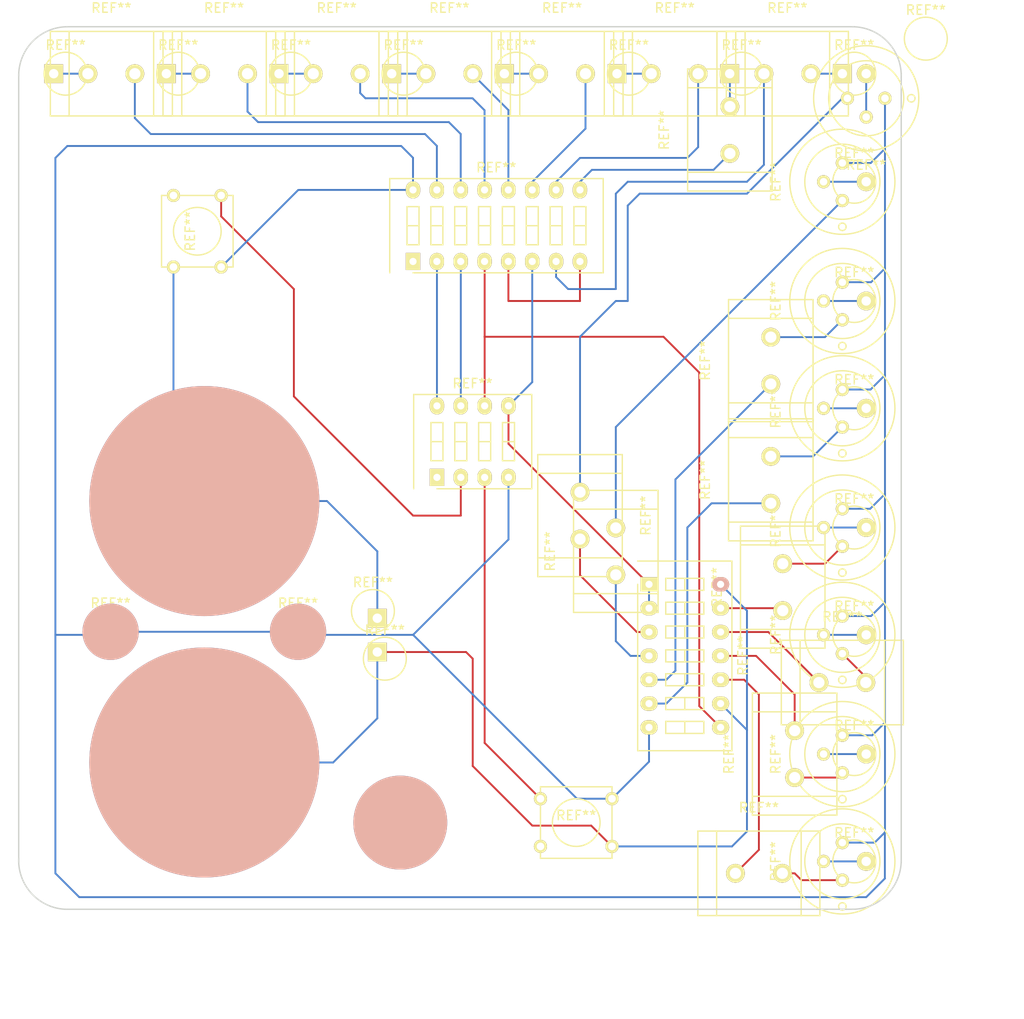
<source format=kicad_pcb>
(kicad_pcb (version 4) (host pcbnew 4.0.2+dfsg1-stable)

  (general
    (links 0)
    (no_connects 0)
    (area -91.040096 -3.02524 18.130717 105.760716)
    (thickness 1.6)
    (drawings 8)
    (tracks 202)
    (zones 0)
    (modules 52)
    (nets 1)
  )

  (page A4)
  (layers
    (0 F.Cu signal)
    (31 B.Cu signal)
    (32 B.Adhes user)
    (33 F.Adhes user)
    (34 B.Paste user)
    (35 F.Paste user)
    (36 B.SilkS user)
    (37 F.SilkS user)
    (38 B.Mask user)
    (39 F.Mask user)
    (40 Dwgs.User user)
    (41 Cmts.User user)
    (42 Eco1.User user)
    (43 Eco2.User user)
    (44 Edge.Cuts user)
    (45 Margin user)
    (46 B.CrtYd user)
    (47 F.CrtYd user)
    (48 B.Fab user)
    (49 F.Fab user)
  )

  (setup
    (last_trace_width 0.2)
    (trace_clearance 0.1)
    (zone_clearance 0.508)
    (zone_45_only no)
    (trace_min 0.2)
    (segment_width 0.15)
    (edge_width 0.15)
    (via_size 0.6)
    (via_drill 0.4)
    (via_min_size 0.4)
    (via_min_drill 0.3)
    (uvia_size 0.3)
    (uvia_drill 0.1)
    (uvias_allowed no)
    (uvia_min_size 0.2)
    (uvia_min_drill 0.1)
    (pcb_text_width 0.3)
    (pcb_text_size 1.5 1.5)
    (mod_edge_width 0.15)
    (mod_text_size 1 1)
    (mod_text_width 0.15)
    (pad_size 2 2)
    (pad_drill 1)
    (pad_to_mask_clearance 0.2)
    (aux_axis_origin 0 0)
    (visible_elements FFFFFF1F)
    (pcbplotparams
      (layerselection 0x010c0_80000001)
      (usegerberextensions false)
      (excludeedgelayer true)
      (linewidth 0.100000)
      (plotframeref false)
      (viasonmask false)
      (mode 1)
      (useauxorigin false)
      (hpglpennumber 1)
      (hpglpenspeed 20)
      (hpglpendiameter 15)
      (hpglpenoverlay 2)
      (psnegative false)
      (psa4output false)
      (plotreference true)
      (plotvalue true)
      (plotinvisibletext false)
      (padsonsilk false)
      (subtractmaskfromsilk false)
      (outputformat 1)
      (mirror false)
      (drillshape 0)
      (scaleselection 1)
      (outputdirectory ""))
  )

  (net 0 "")

  (net_class Default "This is the default net class."
    (clearance 0.1)
    (trace_width 0.2)
    (via_dia 0.6)
    (via_drill 0.4)
    (uvia_dia 0.3)
    (uvia_drill 0.1)
  )

  (module Connect:1pin (layer F.Cu) (tedit 5AF3BBF4) (tstamp 5B002EDA)
    (at 7.62 1.27)
    (descr "module 1 pin (ou trou mecanique de percage)")
    (tags DEV)
    (fp_text reference REF** (at 0 -3.048) (layer F.SilkS)
      (effects (font (size 1 1) (thickness 0.15)))
    )
    (fp_text value 1pin (at 0 2.794) (layer F.Fab)
      (effects (font (size 1 1) (thickness 0.15)))
    )
    (fp_circle (center 0 0) (end 0 -2.286) (layer F.SilkS) (width 0.15))
    (pad 1 thru_hole circle (at -6.35 3.73) (size 2 2) (drill 1) (layers *.Cu *.Mask F.SilkS))
  )

  (module Resistors_ThroughHole:Resistor_Cement_KOA-BGR-3N (layer F.Cu) (tedit 0) (tstamp 5AF57535)
    (at -6.35 77.47 90)
    (descr "Resistor, Cement, Vertical, 3W, Meggitt, KOA, BSR, BGR, BWR, 3N,")
    (tags "Resistor, Cement, Vertical, 3W, Meggitt, KOA, BSR, BGR, BWR, 3N,")
    (fp_text reference REF** (at 0 -7.00024 90) (layer F.SilkS)
      (effects (font (size 1 1) (thickness 0.15)))
    )
    (fp_text value Resistor_Cement_KOA-BGR-3N (at 0 8.49884 90) (layer F.Fab)
      (effects (font (size 1 1) (thickness 0.15)))
    )
    (fp_line (start -4.50088 -4.50088) (end -4.50088 4.50088) (layer F.SilkS) (width 0.15))
    (fp_line (start 4.50088 -4.50088) (end 4.50088 4.50088) (layer F.SilkS) (width 0.15))
    (fp_line (start 6.49986 -4.50088) (end -6.49986 -4.50088) (layer F.SilkS) (width 0.15))
    (fp_line (start -6.49986 -4.50088) (end -6.49986 4.50088) (layer F.SilkS) (width 0.15))
    (fp_line (start -6.49986 4.50088) (end 6.49986 4.50088) (layer F.SilkS) (width 0.15))
    (fp_line (start 6.49986 4.50088) (end 6.49986 -4.50088) (layer F.SilkS) (width 0.15))
    (pad 1 thru_hole circle (at -2.49936 0 90) (size 1.99898 1.99898) (drill 1.19888) (layers *.Cu *.Mask F.SilkS))
    (pad 2 thru_hole circle (at 2.49936 0 90) (size 1.99898 1.99898) (drill 1.19888) (layers *.Cu *.Mask F.SilkS))
  )

  (module Resistors_ThroughHole:Resistor_Cement_KOA-BGR-3N (layer F.Cu) (tedit 0) (tstamp 5AF574D9)
    (at -7.62 59.69 90)
    (descr "Resistor, Cement, Vertical, 3W, Meggitt, KOA, BSR, BGR, BWR, 3N,")
    (tags "Resistor, Cement, Vertical, 3W, Meggitt, KOA, BSR, BGR, BWR, 3N,")
    (fp_text reference REF** (at 0 -7.00024 90) (layer F.SilkS)
      (effects (font (size 1 1) (thickness 0.15)))
    )
    (fp_text value Resistor_Cement_KOA-BGR-3N (at 0 8.49884 90) (layer F.Fab)
      (effects (font (size 1 1) (thickness 0.15)))
    )
    (fp_line (start -4.50088 -4.50088) (end -4.50088 4.50088) (layer F.SilkS) (width 0.15))
    (fp_line (start 4.50088 -4.50088) (end 4.50088 4.50088) (layer F.SilkS) (width 0.15))
    (fp_line (start 6.49986 -4.50088) (end -6.49986 -4.50088) (layer F.SilkS) (width 0.15))
    (fp_line (start -6.49986 -4.50088) (end -6.49986 4.50088) (layer F.SilkS) (width 0.15))
    (fp_line (start -6.49986 4.50088) (end 6.49986 4.50088) (layer F.SilkS) (width 0.15))
    (fp_line (start 6.49986 4.50088) (end 6.49986 -4.50088) (layer F.SilkS) (width 0.15))
    (pad 1 thru_hole circle (at -2.49936 0 90) (size 1.99898 1.99898) (drill 1.19888) (layers *.Cu *.Mask F.SilkS))
    (pad 2 thru_hole circle (at 2.49936 0 90) (size 1.99898 1.99898) (drill 1.19888) (layers *.Cu *.Mask F.SilkS))
  )

  (module Transistors_OldSowjetAera:OldSowjetaera_Transistor_Type-II_SmallPads (layer F.Cu) (tedit 0) (tstamp 5B0030D3)
    (at -1.27 53.34 90)
    (fp_text reference REF** (at 0 -7.1 90) (layer F.SilkS)
      (effects (font (size 1 1) (thickness 0.15)))
    )
    (fp_text value OldSowjetaera_Transistor_Type-II_SmallPads (at 0.1 7.6 90) (layer F.Fab)
      (effects (font (size 1 1) (thickness 0.15)))
    )
    (fp_circle (center -4.8 0) (end -4.8 0.4) (layer F.SilkS) (width 0.15))
    (fp_circle (center 0 0) (end 4 0) (layer F.SilkS) (width 0.15))
    (fp_circle (center 0 0) (end 5.6 0) (layer F.SilkS) (width 0.15))
    (pad 2 thru_hole circle (at 0 -2 90) (size 1.4 1.4) (drill 0.8) (layers *.Cu *.Mask F.SilkS))
    (pad 1 thru_hole circle (at -2 0 90) (size 1.4 1.4) (drill 0.8) (layers *.Cu *.Mask F.SilkS))
    (pad 3 thru_hole circle (at 2 0 90) (size 1.4 1.4) (drill 0.8) (layers *.Cu *.Mask F.SilkS))
    (model Transistors_OldSowjetAera.3dshapes/OldSowjetaera_Transistor_Type-II_SmallPads.wrl
      (at (xyz 0 0 0))
      (scale (xyz 0.3937 0.3937 0.3937))
      (rotate (xyz 0 0 0))
    )
  )

  (module Resistors_ThroughHole:Resistor_Cement_KOA-BGR-3N (layer F.Cu) (tedit 0) (tstamp 5AF57491)
    (at -8.89 35.56 90)
    (descr "Resistor, Cement, Vertical, 3W, Meggitt, KOA, BSR, BGR, BWR, 3N,")
    (tags "Resistor, Cement, Vertical, 3W, Meggitt, KOA, BSR, BGR, BWR, 3N,")
    (fp_text reference REF** (at 0 -7.00024 90) (layer F.SilkS)
      (effects (font (size 1 1) (thickness 0.15)))
    )
    (fp_text value Resistor_Cement_KOA-BGR-3N (at 0 8.49884 90) (layer F.Fab)
      (effects (font (size 1 1) (thickness 0.15)))
    )
    (fp_line (start -4.50088 -4.50088) (end -4.50088 4.50088) (layer F.SilkS) (width 0.15))
    (fp_line (start 4.50088 -4.50088) (end 4.50088 4.50088) (layer F.SilkS) (width 0.15))
    (fp_line (start 6.49986 -4.50088) (end -6.49986 -4.50088) (layer F.SilkS) (width 0.15))
    (fp_line (start -6.49986 -4.50088) (end -6.49986 4.50088) (layer F.SilkS) (width 0.15))
    (fp_line (start -6.49986 4.50088) (end 6.49986 4.50088) (layer F.SilkS) (width 0.15))
    (fp_line (start 6.49986 4.50088) (end 6.49986 -4.50088) (layer F.SilkS) (width 0.15))
    (pad 1 thru_hole circle (at -2.49936 0 90) (size 1.99898 1.99898) (drill 1.19888) (layers *.Cu *.Mask F.SilkS))
    (pad 2 thru_hole circle (at 2.49936 0 90) (size 1.99898 1.99898) (drill 1.19888) (layers *.Cu *.Mask F.SilkS))
  )

  (module Buttons_Switches_ThroughHole:SW_PUSH_SMALL (layer F.Cu) (tedit 0) (tstamp 5AF85940)
    (at -29.615 84.764)
    (fp_text reference REF** (at 0 -0.762) (layer F.SilkS)
      (effects (font (size 1 1) (thickness 0.15)))
    )
    (fp_text value SW_PUSH_SMALL (at 0 1.016) (layer F.Fab)
      (effects (font (size 1 1) (thickness 0.15)))
    )
    (fp_circle (center 0 0) (end 0 -2.54) (layer F.SilkS) (width 0.15))
    (fp_line (start -3.81 -3.81) (end 3.81 -3.81) (layer F.SilkS) (width 0.15))
    (fp_line (start 3.81 -3.81) (end 3.81 3.81) (layer F.SilkS) (width 0.15))
    (fp_line (start 3.81 3.81) (end -3.81 3.81) (layer F.SilkS) (width 0.15))
    (fp_line (start -3.81 -3.81) (end -3.81 3.81) (layer F.SilkS) (width 0.15))
    (pad 1 thru_hole circle (at 3.81 -2.54) (size 1.397 1.397) (drill 0.8128) (layers *.Cu *.Mask F.SilkS))
    (pad 2 thru_hole circle (at 3.81 2.54) (size 1.397 1.397) (drill 0.8128) (layers *.Cu *.Mask F.SilkS))
    (pad 1 thru_hole circle (at -3.81 -2.54) (size 1.397 1.397) (drill 0.8128) (layers *.Cu *.Mask F.SilkS))
    (pad 2 thru_hole circle (at -3.81 2.54) (size 1.397 1.397) (drill 0.8128) (layers *.Cu *.Mask F.SilkS))
  )

  (module Resistors_ThroughHole:Resistor_Cement_KOA-BGR-3N (layer F.Cu) (tedit 0) (tstamp 5B034E4A)
    (at -7.127 5)
    (descr "Resistor, Cement, Vertical, 3W, Meggitt, KOA, BSR, BGR, BWR, 3N,")
    (tags "Resistor, Cement, Vertical, 3W, Meggitt, KOA, BSR, BGR, BWR, 3N,")
    (fp_text reference REF** (at 0 -7.00024) (layer F.SilkS)
      (effects (font (size 1 1) (thickness 0.15)))
    )
    (fp_text value Resistor_Cement_KOA-BGR-3N (at 0 8.49884) (layer F.Fab)
      (effects (font (size 1 1) (thickness 0.15)))
    )
    (fp_line (start -4.50088 -4.50088) (end -4.50088 4.50088) (layer F.SilkS) (width 0.15))
    (fp_line (start 4.50088 -4.50088) (end 4.50088 4.50088) (layer F.SilkS) (width 0.15))
    (fp_line (start 6.49986 -4.50088) (end -6.49986 -4.50088) (layer F.SilkS) (width 0.15))
    (fp_line (start -6.49986 -4.50088) (end -6.49986 4.50088) (layer F.SilkS) (width 0.15))
    (fp_line (start -6.49986 4.50088) (end 6.49986 4.50088) (layer F.SilkS) (width 0.15))
    (fp_line (start 6.49986 4.50088) (end 6.49986 -4.50088) (layer F.SilkS) (width 0.15))
    (pad 1 thru_hole circle (at -2.49936 0) (size 1.99898 1.99898) (drill 1.19888) (layers *.Cu *.Mask F.SilkS))
    (pad 2 thru_hole circle (at 2.49936 0) (size 1.99898 1.99898) (drill 1.19888) (layers *.Cu *.Mask F.SilkS))
  )

  (module Transistors_OldSowjetAera:OldSowjetaera_Transistor_Type-II_SmallPads (layer F.Cu) (tedit 0) (tstamp 5B00309A)
    (at -1.27 16.51 90)
    (fp_text reference REF** (at 0 -7.1 90) (layer F.SilkS)
      (effects (font (size 1 1) (thickness 0.15)))
    )
    (fp_text value OldSowjetaera_Transistor_Type-II_SmallPads (at 0.1 7.6 90) (layer F.Fab)
      (effects (font (size 1 1) (thickness 0.15)))
    )
    (fp_circle (center -4.8 0) (end -4.8 0.4) (layer F.SilkS) (width 0.15))
    (fp_circle (center 0 0) (end 4 0) (layer F.SilkS) (width 0.15))
    (fp_circle (center 0 0) (end 5.6 0) (layer F.SilkS) (width 0.15))
    (pad 2 thru_hole circle (at 0 -2 90) (size 1.4 1.4) (drill 0.8) (layers *.Cu *.Mask F.SilkS))
    (pad 1 thru_hole circle (at -2 0 90) (size 1.4 1.4) (drill 0.8) (layers *.Cu *.Mask F.SilkS))
    (pad 3 thru_hole circle (at 2 0 90) (size 1.4 1.4) (drill 0.8) (layers *.Cu *.Mask F.SilkS))
    (model Transistors_OldSowjetAera.3dshapes/OldSowjetaera_Transistor_Type-II_SmallPads.wrl
      (at (xyz 0 0 0))
      (scale (xyz 0.3937 0.3937 0.3937))
      (rotate (xyz 0 0 0))
    )
  )

  (module Resistors_ThroughHole:Resistor_Cement_KOA-BGR-3N (layer F.Cu) (tedit 0) (tstamp 5B034F91)
    (at -13.25 11 90)
    (descr "Resistor, Cement, Vertical, 3W, Meggitt, KOA, BSR, BGR, BWR, 3N,")
    (tags "Resistor, Cement, Vertical, 3W, Meggitt, KOA, BSR, BGR, BWR, 3N,")
    (fp_text reference REF** (at 0 -7.00024 90) (layer F.SilkS)
      (effects (font (size 1 1) (thickness 0.15)))
    )
    (fp_text value Resistor_Cement_KOA-BGR-3N (at 0 8.49884 90) (layer F.Fab)
      (effects (font (size 1 1) (thickness 0.15)))
    )
    (fp_line (start -4.50088 -4.50088) (end -4.50088 4.50088) (layer F.SilkS) (width 0.15))
    (fp_line (start 4.50088 -4.50088) (end 4.50088 4.50088) (layer F.SilkS) (width 0.15))
    (fp_line (start 6.49986 -4.50088) (end -6.49986 -4.50088) (layer F.SilkS) (width 0.15))
    (fp_line (start -6.49986 -4.50088) (end -6.49986 4.50088) (layer F.SilkS) (width 0.15))
    (fp_line (start -6.49986 4.50088) (end 6.49986 4.50088) (layer F.SilkS) (width 0.15))
    (fp_line (start 6.49986 4.50088) (end 6.49986 -4.50088) (layer F.SilkS) (width 0.15))
    (pad 1 thru_hole circle (at -2.49936 0 90) (size 1.99898 1.99898) (drill 1.19888) (layers *.Cu *.Mask F.SilkS))
    (pad 2 thru_hole circle (at 2.49936 0 90) (size 1.99898 1.99898) (drill 1.19888) (layers *.Cu *.Mask F.SilkS))
  )

  (module Buttons_Switches_ThroughHole:SW_DIP_x7_Slide (layer F.Cu) (tedit 5AF3A066) (tstamp 5AFB7B4E)
    (at -21.861 59.39 270)
    (descr "CTS Electrocomponents, Series 206/208")
    (fp_text reference REF** (at 7.6 -10 270) (layer F.SilkS)
      (effects (font (size 1 1) (thickness 0.15)))
    )
    (fp_text value SW_DIP_x7_Slide (at 2 2.4 270) (layer F.Fab)
      (effects (font (size 1 1) (thickness 0.15)))
    )
    (fp_line (start -0.64 -5.84) (end -0.64 -1.78) (layer F.SilkS) (width 0.15))
    (fp_line (start -0.64 -3.81) (end 0.64 -3.81) (layer F.SilkS) (width 0.15))
    (fp_line (start -0.64 -1.78) (end 0.64 -1.78) (layer F.SilkS) (width 0.15))
    (fp_line (start 0.64 -1.78) (end 0.64 -5.84) (layer F.SilkS) (width 0.15))
    (fp_line (start 0.64 -5.84) (end -0.64 -5.84) (layer F.SilkS) (width 0.15))
    (fp_line (start 1.9 -5.84) (end 1.9 -1.78) (layer F.SilkS) (width 0.15))
    (fp_line (start 1.9 -3.81) (end 3.18 -3.81) (layer F.SilkS) (width 0.15))
    (fp_line (start 1.9 -1.78) (end 3.18 -1.78) (layer F.SilkS) (width 0.15))
    (fp_line (start 3.18 -1.78) (end 3.18 -5.84) (layer F.SilkS) (width 0.15))
    (fp_line (start 3.18 -5.84) (end 1.9 -5.84) (layer F.SilkS) (width 0.15))
    (fp_line (start 4.44 -5.84) (end 4.44 -1.78) (layer F.SilkS) (width 0.15))
    (fp_line (start 4.44 -3.81) (end 5.72 -3.81) (layer F.SilkS) (width 0.15))
    (fp_line (start 4.44 -1.78) (end 5.72 -1.78) (layer F.SilkS) (width 0.15))
    (fp_line (start 5.72 -1.78) (end 5.72 -5.84) (layer F.SilkS) (width 0.15))
    (fp_line (start 5.72 -5.84) (end 4.44 -5.84) (layer F.SilkS) (width 0.15))
    (fp_line (start 6.98 -5.84) (end 6.98 -1.78) (layer F.SilkS) (width 0.15))
    (fp_line (start 6.98 -3.81) (end 8.26 -3.81) (layer F.SilkS) (width 0.15))
    (fp_line (start 6.98 -1.78) (end 8.26 -1.78) (layer F.SilkS) (width 0.15))
    (fp_line (start 8.26 -1.78) (end 8.26 -5.84) (layer F.SilkS) (width 0.15))
    (fp_line (start 8.26 -5.84) (end 6.98 -5.84) (layer F.SilkS) (width 0.15))
    (fp_line (start 9.52 -5.84) (end 9.52 -1.78) (layer F.SilkS) (width 0.15))
    (fp_line (start 9.52 -3.81) (end 10.8 -3.81) (layer F.SilkS) (width 0.15))
    (fp_line (start 9.52 -1.78) (end 10.8 -1.78) (layer F.SilkS) (width 0.15))
    (fp_line (start 10.8 -1.78) (end 10.8 -5.84) (layer F.SilkS) (width 0.15))
    (fp_line (start 10.8 -5.84) (end 9.52 -5.84) (layer F.SilkS) (width 0.15))
    (fp_line (start 12.06 -5.84) (end 12.06 -1.78) (layer F.SilkS) (width 0.15))
    (fp_line (start 12.06 -3.81) (end 13.34 -3.81) (layer F.SilkS) (width 0.15))
    (fp_line (start 12.06 -1.78) (end 13.34 -1.78) (layer F.SilkS) (width 0.15))
    (fp_line (start 13.34 -1.78) (end 13.34 -5.84) (layer F.SilkS) (width 0.15))
    (fp_line (start 13.34 -5.84) (end 12.06 -5.84) (layer F.SilkS) (width 0.15))
    (fp_line (start 14.6 -5.84) (end 14.6 -1.78) (layer F.SilkS) (width 0.15))
    (fp_line (start 14.6 -3.81) (end 15.88 -3.81) (layer F.SilkS) (width 0.15))
    (fp_line (start 14.6 -1.78) (end 15.88 -1.78) (layer F.SilkS) (width 0.15))
    (fp_line (start 15.88 -1.78) (end 15.88 -5.84) (layer F.SilkS) (width 0.15))
    (fp_line (start 15.88 -5.84) (end 14.6 -5.84) (layer F.SilkS) (width 0.15))
    (fp_line (start -2.8 -9.15) (end -2.8 1.55) (layer F.CrtYd) (width 0.05))
    (fp_line (start -2.8 1.55) (end 18.05 1.55) (layer F.CrtYd) (width 0.05))
    (fp_line (start 18.05 1.55) (end 18.05 -9.15) (layer F.CrtYd) (width 0.05))
    (fp_line (start 18.05 -9.15) (end -2.8 -9.15) (layer F.CrtYd) (width 0.05))
    (fp_line (start -2.48 1.21) (end -2.48 -8.83) (layer F.SilkS) (width 0.15))
    (fp_line (start -2.48 -8.83) (end 17.72 -8.83) (layer F.SilkS) (width 0.15))
    (fp_line (start 17.72 -8.83) (end 17.72 1.21) (layer F.SilkS) (width 0.15))
    (fp_line (start 17.72 1.21) (end 0 1.21) (layer F.SilkS) (width 0.15))
    (pad 1 thru_hole rect (at 0 0 270) (size 1.524 1.824) (drill 0.762) (layers *.Cu *.Mask F.SilkS))
    (pad 14 thru_hole oval (at 0 -7.62 270) (size 1.524 1.824) (drill 0.762) (layers *.Cu *.Adhes *.Paste *.SilkS *.Mask))
    (pad 2 thru_hole oval (at 2.54 0 270) (size 1.524 1.824) (drill 0.762) (layers *.Cu *.Mask F.SilkS))
    (pad 13 thru_hole oval (at 2.54 -7.62 270) (size 1.524 1.824) (drill 0.762) (layers *.Cu *.Mask F.SilkS))
    (pad 3 thru_hole oval (at 5.08 0 270) (size 1.524 1.824) (drill 0.762) (layers *.Cu *.Mask F.SilkS))
    (pad 12 thru_hole oval (at 5.08 -7.62 270) (size 1.524 1.824) (drill 0.762) (layers *.Cu *.Mask F.SilkS))
    (pad 4 thru_hole oval (at 7.62 0 270) (size 1.524 1.824) (drill 0.762) (layers *.Cu *.Mask F.SilkS))
    (pad 11 thru_hole oval (at 7.62 -7.62 270) (size 1.524 1.824) (drill 0.762) (layers *.Cu *.Mask F.SilkS))
    (pad 5 thru_hole oval (at 10.16 0 270) (size 1.524 1.824) (drill 0.762) (layers *.Cu *.Mask F.SilkS))
    (pad 10 thru_hole oval (at 10.16 -7.62 270) (size 1.524 1.824) (drill 0.762) (layers *.Cu *.Mask F.SilkS))
    (pad 6 thru_hole oval (at 12.7 0 270) (size 1.524 1.824) (drill 0.762) (layers *.Cu *.Mask F.SilkS))
    (pad 9 thru_hole oval (at 12.7 -7.62 270) (size 1.524 1.824) (drill 0.762) (layers *.Cu *.Mask F.SilkS))
    (pad 7 thru_hole oval (at 15.24 0 270) (size 1.524 1.824) (drill 0.762) (layers *.Cu *.Mask F.SilkS))
    (pad 8 thru_hole oval (at 15.24 -7.62 270) (size 1.524 1.824) (drill 0.762) (layers *.Cu *.Mask F.SilkS))
    (model Buttons_Switches_ThroughHole.3dshapes/SW_DIP_x7_Slide.wrl
      (at (xyz 0 0 0))
      (scale (xyz 1 1 1))
      (rotate (xyz 0 0 0))
    )
  )

  (module Connect:1pin (layer F.Cu) (tedit 5AF2A50E) (tstamp 5AF7955C)
    (at 0 5)
    (descr "module 1 pin (ou trou mecanique de percage)")
    (tags DEV)
    (fp_text reference REF** (at 0 -3.048) (layer F.SilkS)
      (effects (font (size 1 1) (thickness 0.15)))
    )
    (fp_text value 1pin (at 0 2.794) (layer F.Fab)
      (effects (font (size 1 1) (thickness 0.15)))
    )
    (fp_circle (center 0 0) (end 0 -2.286) (layer F.SilkS) (width 0.15))
    (pad 1 thru_hole rect (at -1.27 0) (size 2 2) (drill 1) (layers *.Cu *.Mask F.SilkS))
  )

  (module Connect:1pin (layer F.Cu) (tedit 5AF2A4F1) (tstamp 5AF79567)
    (at -12 5)
    (descr "module 1 pin (ou trou mecanique de percage)")
    (tags DEV)
    (fp_text reference REF** (at 0 -3.048) (layer F.SilkS)
      (effects (font (size 1 1) (thickness 0.15)))
    )
    (fp_text value 1pin (at 0 2.794) (layer F.Fab)
      (effects (font (size 1 1) (thickness 0.15)))
    )
    (fp_circle (center 0 0) (end 0 -2.286) (layer F.SilkS) (width 0.15))
    (pad 1 thru_hole rect (at -1.27 0) (size 2 2) (drill 1) (layers *.Cu *.Mask F.SilkS))
  )

  (module Connect:1pin (layer F.Cu) (tedit 5AF2A4E0) (tstamp 5AF79572)
    (at -24 5)
    (descr "module 1 pin (ou trou mecanique de percage)")
    (tags DEV)
    (fp_text reference REF** (at 0 -3.048) (layer F.SilkS)
      (effects (font (size 1 1) (thickness 0.15)))
    )
    (fp_text value 1pin (at 0 2.794) (layer F.Fab)
      (effects (font (size 1 1) (thickness 0.15)))
    )
    (fp_circle (center 0 0) (end 0 -2.286) (layer F.SilkS) (width 0.15))
    (pad 1 thru_hole rect (at -1.27 0) (size 2 2) (drill 1) (layers *.Cu *.Mask F.SilkS))
  )

  (module Connect:1pin (layer F.Cu) (tedit 5AF2A4D0) (tstamp 5AF7957D)
    (at -36 5)
    (descr "module 1 pin (ou trou mecanique de percage)")
    (tags DEV)
    (fp_text reference REF** (at 0 -3.048) (layer F.SilkS)
      (effects (font (size 1 1) (thickness 0.15)))
    )
    (fp_text value 1pin (at 0 2.794) (layer F.Fab)
      (effects (font (size 1 1) (thickness 0.15)))
    )
    (fp_circle (center 0 0) (end 0 -2.286) (layer F.SilkS) (width 0.15))
    (pad 1 thru_hole rect (at -1.27 0) (size 2 2) (drill 1) (layers *.Cu *.Mask F.SilkS))
  )

  (module Connect:1pin (layer F.Cu) (tedit 5AF2A4AF) (tstamp 5AF79588)
    (at -48 5)
    (descr "module 1 pin (ou trou mecanique de percage)")
    (tags DEV)
    (fp_text reference REF** (at 0 -3.048) (layer F.SilkS)
      (effects (font (size 1 1) (thickness 0.15)))
    )
    (fp_text value 1pin (at 0 2.794) (layer F.Fab)
      (effects (font (size 1 1) (thickness 0.15)))
    )
    (fp_circle (center 0 0) (end 0 -2.286) (layer F.SilkS) (width 0.15))
    (pad 1 thru_hole rect (at -1.27 0) (size 2 2) (drill 1) (layers *.Cu *.Mask F.SilkS))
  )

  (module Connect:1pin (layer F.Cu) (tedit 5AF2A49D) (tstamp 5AF79593)
    (at -60 5)
    (descr "module 1 pin (ou trou mecanique de percage)")
    (tags DEV)
    (fp_text reference REF** (at 0 -3.048) (layer F.SilkS)
      (effects (font (size 1 1) (thickness 0.15)))
    )
    (fp_text value 1pin (at 0 2.794) (layer F.Fab)
      (effects (font (size 1 1) (thickness 0.15)))
    )
    (fp_circle (center 0 0) (end 0 -2.286) (layer F.SilkS) (width 0.15))
    (pad 1 thru_hole rect (at -1.27 0) (size 2 2) (drill 1) (layers *.Cu *.Mask F.SilkS))
  )

  (module Connect:1pin (layer F.Cu) (tedit 5AF2A439) (tstamp 5AF7959E)
    (at -72 5)
    (descr "module 1 pin (ou trou mecanique de percage)")
    (tags DEV)
    (fp_text reference REF** (at 0 -3.048) (layer F.SilkS)
      (effects (font (size 1 1) (thickness 0.15)))
    )
    (fp_text value 1pin (at 0 2.794) (layer F.Fab)
      (effects (font (size 1 1) (thickness 0.15)))
    )
    (fp_circle (center 0 0) (end 0 -2.286) (layer F.SilkS) (width 0.15))
    (pad 1 thru_hole rect (at -1.27 0) (size 2 2) (drill 1) (layers *.Cu *.Mask F.SilkS))
  )

  (module Connect:1pin (layer F.Cu) (tedit 5AF2A408) (tstamp 5AF795A9)
    (at -84 5)
    (descr "module 1 pin (ou trou mecanique de percage)")
    (tags DEV)
    (fp_text reference REF** (at 0 -3.048) (layer F.SilkS)
      (effects (font (size 1 1) (thickness 0.15)))
    )
    (fp_text value 1pin (at 0 2.794) (layer F.Fab)
      (effects (font (size 1 1) (thickness 0.15)))
    )
    (fp_circle (center 0 0) (end 0 -2.286) (layer F.SilkS) (width 0.15))
    (pad 1 thru_hole rect (at -1.27 0) (size 2 2) (drill 1) (layers *.Cu *.Mask F.SilkS))
  )

  (module Connect:1pin (layer F.Cu) (tedit 5AF2A525) (tstamp 5AF795B4)
    (at 0 16.51)
    (descr "module 1 pin (ou trou mecanique de percage)")
    (tags DEV)
    (fp_text reference REF** (at 0 -3.048) (layer F.SilkS)
      (effects (font (size 1 1) (thickness 0.15)))
    )
    (fp_text value 1pin (at 0 2.794) (layer F.Fab)
      (effects (font (size 1 1) (thickness 0.15)))
    )
    (fp_circle (center 0 0) (end 0 -2.286) (layer F.SilkS) (width 0.15))
    (pad 1 thru_hole circle (at 1.27 0) (size 2 2) (drill 1) (layers *.Cu *.Mask F.SilkS))
  )

  (module Connect:1pin (layer F.Cu) (tedit 5AF2A530) (tstamp 5AF795BF)
    (at 0 29.21)
    (descr "module 1 pin (ou trou mecanique de percage)")
    (tags DEV)
    (fp_text reference REF** (at 0 -3.048) (layer F.SilkS)
      (effects (font (size 1 1) (thickness 0.15)))
    )
    (fp_text value 1pin (at 0 2.794) (layer F.Fab)
      (effects (font (size 1 1) (thickness 0.15)))
    )
    (fp_circle (center 0 0) (end 0 -2.286) (layer F.SilkS) (width 0.15))
    (pad 1 thru_hole circle (at 1.27 0) (size 2 2) (drill 1) (layers *.Cu *.Mask F.SilkS))
  )

  (module Connect:1pin (layer F.Cu) (tedit 5AF2A53E) (tstamp 5AF795CA)
    (at 0 40.64)
    (descr "module 1 pin (ou trou mecanique de percage)")
    (tags DEV)
    (fp_text reference REF** (at 0 -3.048) (layer F.SilkS)
      (effects (font (size 1 1) (thickness 0.15)))
    )
    (fp_text value 1pin (at 0 2.794) (layer F.Fab)
      (effects (font (size 1 1) (thickness 0.15)))
    )
    (fp_circle (center 0 0) (end 0 -2.286) (layer F.SilkS) (width 0.15))
    (pad 1 thru_hole circle (at 1.27 0) (size 2 2) (drill 1) (layers *.Cu *.Mask F.SilkS))
  )

  (module Connect:1pin (layer F.Cu) (tedit 5AF2A54E) (tstamp 5AF795D5)
    (at 0 53.34)
    (descr "module 1 pin (ou trou mecanique de percage)")
    (tags DEV)
    (fp_text reference REF** (at 0 -3.048) (layer F.SilkS)
      (effects (font (size 1 1) (thickness 0.15)))
    )
    (fp_text value 1pin (at 0 2.794) (layer F.Fab)
      (effects (font (size 1 1) (thickness 0.15)))
    )
    (fp_circle (center 0 0) (end 0 -2.286) (layer F.SilkS) (width 0.15))
    (pad 1 thru_hole circle (at 1.27 0) (size 2 2) (drill 1) (layers *.Cu *.Mask F.SilkS))
  )

  (module Connect:1pin (layer F.Cu) (tedit 5AF3B861) (tstamp 5AF795E0)
    (at 0 64.77)
    (descr "module 1 pin (ou trou mecanique de percage)")
    (tags DEV)
    (fp_text reference REF** (at 0 -3.048) (layer F.SilkS)
      (effects (font (size 1 1) (thickness 0.15)))
    )
    (fp_text value 1pin (at 0 2.794) (layer F.Fab)
      (effects (font (size 1 1) (thickness 0.15)))
    )
    (fp_circle (center 0 0) (end 0 -2.286) (layer F.SilkS) (width 0.15))
    (pad 1 thru_hole circle (at 1.27 0) (size 2 2) (drill 1) (layers *.Cu *.Mask F.SilkS))
  )

  (module Connect:1pin (layer F.Cu) (tedit 5AF2A558) (tstamp 5AF795EB)
    (at 0 77.47)
    (descr "module 1 pin (ou trou mecanique de percage)")
    (tags DEV)
    (fp_text reference REF** (at 0 -3.048) (layer F.SilkS)
      (effects (font (size 1 1) (thickness 0.15)))
    )
    (fp_text value 1pin (at 0 2.794) (layer F.Fab)
      (effects (font (size 1 1) (thickness 0.15)))
    )
    (fp_circle (center 0 0) (end 0 -2.286) (layer F.SilkS) (width 0.15))
    (pad 1 thru_hole circle (at 1.27 0) (size 2 2) (drill 1) (layers *.Cu *.Mask F.SilkS))
  )

  (module Connect:1pin (layer F.Cu) (tedit 5AF2A55F) (tstamp 5AF795F6)
    (at 0 88.9)
    (descr "module 1 pin (ou trou mecanique de percage)")
    (tags DEV)
    (fp_text reference REF** (at 0 -3.048) (layer F.SilkS)
      (effects (font (size 1 1) (thickness 0.15)))
    )
    (fp_text value 1pin (at 0 2.794) (layer F.Fab)
      (effects (font (size 1 1) (thickness 0.15)))
    )
    (fp_circle (center 0 0) (end 0 -2.286) (layer F.SilkS) (width 0.15))
    (pad 1 thru_hole circle (at 1.27 0) (size 2 2) (drill 1) (layers *.Cu *.Mask F.SilkS))
  )

  (module Buttons_Switches_ThroughHole:SW_DIP_x8_Slide (layer F.Cu) (tedit 54BB66BF) (tstamp 5AFDCBCA)
    (at -47 25)
    (descr "CTS Electrocomponents, Series 206/208")
    (fp_text reference REF** (at 8.87 -10) (layer F.SilkS)
      (effects (font (size 1 1) (thickness 0.15)))
    )
    (fp_text value SW_DIP_x8_Slide (at 2 2.4) (layer F.Fab)
      (effects (font (size 1 1) (thickness 0.15)))
    )
    (fp_line (start -0.64 -5.84) (end -0.64 -1.78) (layer F.SilkS) (width 0.15))
    (fp_line (start -0.64 -3.81) (end 0.64 -3.81) (layer F.SilkS) (width 0.15))
    (fp_line (start -0.64 -1.78) (end 0.64 -1.78) (layer F.SilkS) (width 0.15))
    (fp_line (start 0.64 -1.78) (end 0.64 -5.84) (layer F.SilkS) (width 0.15))
    (fp_line (start 0.64 -5.84) (end -0.64 -5.84) (layer F.SilkS) (width 0.15))
    (fp_line (start 1.9 -5.84) (end 1.9 -1.78) (layer F.SilkS) (width 0.15))
    (fp_line (start 1.9 -3.81) (end 3.18 -3.81) (layer F.SilkS) (width 0.15))
    (fp_line (start 1.9 -1.78) (end 3.18 -1.78) (layer F.SilkS) (width 0.15))
    (fp_line (start 3.18 -1.78) (end 3.18 -5.84) (layer F.SilkS) (width 0.15))
    (fp_line (start 3.18 -5.84) (end 1.9 -5.84) (layer F.SilkS) (width 0.15))
    (fp_line (start 4.44 -5.84) (end 4.44 -1.78) (layer F.SilkS) (width 0.15))
    (fp_line (start 4.44 -3.81) (end 5.72 -3.81) (layer F.SilkS) (width 0.15))
    (fp_line (start 4.44 -1.78) (end 5.72 -1.78) (layer F.SilkS) (width 0.15))
    (fp_line (start 5.72 -1.78) (end 5.72 -5.84) (layer F.SilkS) (width 0.15))
    (fp_line (start 5.72 -5.84) (end 4.44 -5.84) (layer F.SilkS) (width 0.15))
    (fp_line (start 6.98 -5.84) (end 6.98 -1.78) (layer F.SilkS) (width 0.15))
    (fp_line (start 6.98 -3.81) (end 8.26 -3.81) (layer F.SilkS) (width 0.15))
    (fp_line (start 6.98 -1.78) (end 8.26 -1.78) (layer F.SilkS) (width 0.15))
    (fp_line (start 8.26 -1.78) (end 8.26 -5.84) (layer F.SilkS) (width 0.15))
    (fp_line (start 8.26 -5.84) (end 6.98 -5.84) (layer F.SilkS) (width 0.15))
    (fp_line (start 9.52 -5.84) (end 9.52 -1.78) (layer F.SilkS) (width 0.15))
    (fp_line (start 9.52 -3.81) (end 10.8 -3.81) (layer F.SilkS) (width 0.15))
    (fp_line (start 9.52 -1.78) (end 10.8 -1.78) (layer F.SilkS) (width 0.15))
    (fp_line (start 10.8 -1.78) (end 10.8 -5.84) (layer F.SilkS) (width 0.15))
    (fp_line (start 10.8 -5.84) (end 9.52 -5.84) (layer F.SilkS) (width 0.15))
    (fp_line (start 12.06 -5.84) (end 12.06 -1.78) (layer F.SilkS) (width 0.15))
    (fp_line (start 12.06 -3.81) (end 13.34 -3.81) (layer F.SilkS) (width 0.15))
    (fp_line (start 12.06 -1.78) (end 13.34 -1.78) (layer F.SilkS) (width 0.15))
    (fp_line (start 13.34 -1.78) (end 13.34 -5.84) (layer F.SilkS) (width 0.15))
    (fp_line (start 13.34 -5.84) (end 12.06 -5.84) (layer F.SilkS) (width 0.15))
    (fp_line (start 14.6 -5.84) (end 14.6 -1.78) (layer F.SilkS) (width 0.15))
    (fp_line (start 14.6 -3.81) (end 15.88 -3.81) (layer F.SilkS) (width 0.15))
    (fp_line (start 14.6 -1.78) (end 15.88 -1.78) (layer F.SilkS) (width 0.15))
    (fp_line (start 15.88 -1.78) (end 15.88 -5.84) (layer F.SilkS) (width 0.15))
    (fp_line (start 15.88 -5.84) (end 14.6 -5.84) (layer F.SilkS) (width 0.15))
    (fp_line (start 17.14 -5.84) (end 17.14 -1.78) (layer F.SilkS) (width 0.15))
    (fp_line (start 17.14 -3.81) (end 18.42 -3.81) (layer F.SilkS) (width 0.15))
    (fp_line (start 17.14 -1.78) (end 18.42 -1.78) (layer F.SilkS) (width 0.15))
    (fp_line (start 18.42 -1.78) (end 18.42 -5.84) (layer F.SilkS) (width 0.15))
    (fp_line (start 18.42 -5.84) (end 17.14 -5.84) (layer F.SilkS) (width 0.15))
    (fp_line (start -2.8 -9.15) (end -2.8 1.55) (layer F.CrtYd) (width 0.05))
    (fp_line (start -2.8 1.55) (end 20.6 1.55) (layer F.CrtYd) (width 0.05))
    (fp_line (start 20.6 1.55) (end 20.6 -9.15) (layer F.CrtYd) (width 0.05))
    (fp_line (start 20.6 -9.15) (end -2.8 -9.15) (layer F.CrtYd) (width 0.05))
    (fp_line (start -2.48 1.21) (end -2.48 -8.83) (layer F.SilkS) (width 0.15))
    (fp_line (start -2.48 -8.83) (end 20.26 -8.83) (layer F.SilkS) (width 0.15))
    (fp_line (start 20.26 -8.83) (end 20.26 1.21) (layer F.SilkS) (width 0.15))
    (fp_line (start 20.26 1.21) (end 0 1.21) (layer F.SilkS) (width 0.15))
    (pad 1 thru_hole rect (at 0 0) (size 1.524 1.824) (drill 0.762) (layers *.Cu *.Mask F.SilkS))
    (pad 16 thru_hole oval (at 0 -7.62) (size 1.524 1.824) (drill 0.762) (layers *.Cu *.Mask F.SilkS))
    (pad 2 thru_hole oval (at 2.54 0) (size 1.524 1.824) (drill 0.762) (layers *.Cu *.Mask F.SilkS))
    (pad 15 thru_hole oval (at 2.54 -7.62) (size 1.524 1.824) (drill 0.762) (layers *.Cu *.Mask F.SilkS))
    (pad 3 thru_hole oval (at 5.08 0) (size 1.524 1.824) (drill 0.762) (layers *.Cu *.Mask F.SilkS))
    (pad 14 thru_hole oval (at 5.08 -7.62) (size 1.524 1.824) (drill 0.762) (layers *.Cu *.Mask F.SilkS))
    (pad 4 thru_hole oval (at 7.62 0) (size 1.524 1.824) (drill 0.762) (layers *.Cu *.Mask F.SilkS))
    (pad 13 thru_hole oval (at 7.62 -7.62) (size 1.524 1.824) (drill 0.762) (layers *.Cu *.Mask F.SilkS))
    (pad 5 thru_hole oval (at 10.16 0) (size 1.524 1.824) (drill 0.762) (layers *.Cu *.Mask F.SilkS))
    (pad 12 thru_hole oval (at 10.16 -7.62) (size 1.524 1.824) (drill 0.762) (layers *.Cu *.Mask F.SilkS))
    (pad 6 thru_hole oval (at 12.7 0) (size 1.524 1.824) (drill 0.762) (layers *.Cu *.Mask F.SilkS))
    (pad 11 thru_hole oval (at 12.7 -7.62) (size 1.524 1.824) (drill 0.762) (layers *.Cu *.Mask F.SilkS))
    (pad 7 thru_hole oval (at 15.24 0) (size 1.524 1.824) (drill 0.762) (layers *.Cu *.Mask F.SilkS))
    (pad 10 thru_hole oval (at 15.24 -7.62) (size 1.524 1.824) (drill 0.762) (layers *.Cu *.Mask F.SilkS))
    (pad 8 thru_hole oval (at 17.78 0) (size 1.524 1.824) (drill 0.762) (layers *.Cu *.Mask F.SilkS))
    (pad 9 thru_hole oval (at 17.78 -7.62) (size 1.524 1.824) (drill 0.762) (layers *.Cu *.Mask F.SilkS))
    (model Buttons_Switches_ThroughHole.3dshapes/SW_DIP_x8_Slide.wrl
      (at (xyz 0 0 0))
      (scale (xyz 1 1 1))
      (rotate (xyz 0 0 0))
    )
  )

  (module Connect:1pin (layer F.Cu) (tedit 5AF39841) (tstamp 5AF5424E)
    (at -69.23 50.519)
    (descr "module 1 pin (ou trou mecanique de percage)")
    (tags DEV)
    (fp_text reference REF** (at 0 -3.048) (layer F.SilkS)
      (effects (font (size 1 1) (thickness 0.15)))
    )
    (fp_text value 1pin (at 0 2.794) (layer F.Fab)
      (effects (font (size 1 1) (thickness 0.15)))
    )
    (fp_circle (center 0 0) (end 0 -2.286) (layer F.SilkS) (width 0.15))
    (pad 1 smd circle (at 0 0) (size 24.5 24.5) (layers *.Paste *.Mask B.Cu B.SilkS))
  )

  (module Connect:1pin (layer F.Cu) (tedit 5AF39881) (tstamp 5AF54259)
    (at -59.248 64.442)
    (descr "module 1 pin (ou trou mecanique de percage)")
    (tags DEV)
    (fp_text reference REF** (at 0 -3.048) (layer F.SilkS)
      (effects (font (size 1 1) (thickness 0.15)))
    )
    (fp_text value 1pin (at 0 2.794) (layer F.Fab)
      (effects (font (size 1 1) (thickness 0.15)))
    )
    (fp_circle (center 0 0) (end 0 -2.286) (layer F.SilkS) (width 0.15))
    (pad 1 smd circle (at 0 0) (size 6 6) (layers *.Paste *.Mask B.Cu B.SilkS))
  )

  (module Connect:1pin (layer F.Cu) (tedit 5AF3988F) (tstamp 5AF54264)
    (at -79.212 64.442)
    (descr "module 1 pin (ou trou mecanique de percage)")
    (tags DEV)
    (fp_text reference REF** (at 0 -3.048) (layer F.SilkS)
      (effects (font (size 1 1) (thickness 0.15)))
    )
    (fp_text value 1pin (at 0 2.794) (layer F.Fab)
      (effects (font (size 1 1) (thickness 0.15)))
    )
    (fp_circle (center 0 0) (end 0 -2.286) (layer F.SilkS) (width 0.15))
    (pad 1 smd circle (at 0 0) (size 6 6) (layers *.Paste *.Mask B.Cu B.SilkS))
  )

  (module Connect:1pin (layer F.Cu) (tedit 5AF39852) (tstamp 5AF5426F)
    (at -69.23 78.364)
    (descr "module 1 pin (ou trou mecanique de percage)")
    (tags DEV)
    (fp_text reference REF** (at 0 -3.048) (layer F.SilkS)
      (effects (font (size 1 1) (thickness 0.15)))
    )
    (fp_text value 1pin (at 0 2.794) (layer F.Fab)
      (effects (font (size 1 1) (thickness 0.15)))
    )
    (fp_circle (center 0 0) (end 0 -2.286) (layer F.SilkS) (width 0.15))
    (pad 1 smd circle (at 0 0) (size 24.5 24.5) (layers *.Paste *.Mask B.Cu B.SilkS))
  )

  (module Connect:1pin (layer F.Cu) (tedit 5AF398AA) (tstamp 5AF5427A)
    (at -48.355 84.764)
    (descr "module 1 pin (ou trou mecanique de percage)")
    (tags DEV)
    (fp_text reference REF** (at 0 -3.048) (layer F.SilkS)
      (effects (font (size 1 1) (thickness 0.15)))
    )
    (fp_text value 1pin (at 0 2.794) (layer F.Fab)
      (effects (font (size 1 1) (thickness 0.15)))
    )
    (fp_circle (center 0 0) (end 0 -2.286) (layer F.SilkS) (width 0.15))
    (pad 1 smd circle (at 0 0) (size 10 10) (layers *.Paste *.Mask B.Cu B.SilkS))
  )

  (module Buttons_Switches_ThroughHole:SW_PUSH_SMALL (layer F.Cu) (tedit 0) (tstamp 5AF858F2)
    (at -69.974 21.782 90)
    (fp_text reference REF** (at 0 -0.762 90) (layer F.SilkS)
      (effects (font (size 1 1) (thickness 0.15)))
    )
    (fp_text value SW_PUSH_SMALL (at 0 1.016 90) (layer F.Fab)
      (effects (font (size 1 1) (thickness 0.15)))
    )
    (fp_circle (center 0 0) (end 0 -2.54) (layer F.SilkS) (width 0.15))
    (fp_line (start -3.81 -3.81) (end 3.81 -3.81) (layer F.SilkS) (width 0.15))
    (fp_line (start 3.81 -3.81) (end 3.81 3.81) (layer F.SilkS) (width 0.15))
    (fp_line (start 3.81 3.81) (end -3.81 3.81) (layer F.SilkS) (width 0.15))
    (fp_line (start -3.81 -3.81) (end -3.81 3.81) (layer F.SilkS) (width 0.15))
    (pad 1 thru_hole circle (at 3.81 -2.54 90) (size 1.397 1.397) (drill 0.8128) (layers *.Cu *.Mask F.SilkS))
    (pad 2 thru_hole circle (at 3.81 2.54 90) (size 1.397 1.397) (drill 0.8128) (layers *.Cu *.Mask F.SilkS))
    (pad 1 thru_hole circle (at -3.81 -2.54 90) (size 1.397 1.397) (drill 0.8128) (layers *.Cu *.Mask F.SilkS))
    (pad 2 thru_hole circle (at -3.81 2.54 90) (size 1.397 1.397) (drill 0.8128) (layers *.Cu *.Mask F.SilkS))
  )

  (module Buttons_Switches_ThroughHole:SW_DIP_x4_Slide (layer F.Cu) (tedit 54BB66BF) (tstamp 5AF9E776)
    (at -44.45 48)
    (descr "CTS Electrocomponents, Series 206/208")
    (fp_text reference REF** (at 3.79 -10) (layer F.SilkS)
      (effects (font (size 1 1) (thickness 0.15)))
    )
    (fp_text value SW_DIP_x4_Slide (at 2 2.4) (layer F.Fab)
      (effects (font (size 1 1) (thickness 0.15)))
    )
    (fp_line (start -0.64 -5.84) (end -0.64 -1.78) (layer F.SilkS) (width 0.15))
    (fp_line (start -0.64 -3.81) (end 0.64 -3.81) (layer F.SilkS) (width 0.15))
    (fp_line (start -0.64 -1.78) (end 0.64 -1.78) (layer F.SilkS) (width 0.15))
    (fp_line (start 0.64 -1.78) (end 0.64 -5.84) (layer F.SilkS) (width 0.15))
    (fp_line (start 0.64 -5.84) (end -0.64 -5.84) (layer F.SilkS) (width 0.15))
    (fp_line (start 1.9 -5.84) (end 1.9 -1.78) (layer F.SilkS) (width 0.15))
    (fp_line (start 1.9 -3.81) (end 3.18 -3.81) (layer F.SilkS) (width 0.15))
    (fp_line (start 1.9 -1.78) (end 3.18 -1.78) (layer F.SilkS) (width 0.15))
    (fp_line (start 3.18 -1.78) (end 3.18 -5.84) (layer F.SilkS) (width 0.15))
    (fp_line (start 3.18 -5.84) (end 1.9 -5.84) (layer F.SilkS) (width 0.15))
    (fp_line (start 4.44 -5.84) (end 4.44 -1.78) (layer F.SilkS) (width 0.15))
    (fp_line (start 4.44 -3.81) (end 5.72 -3.81) (layer F.SilkS) (width 0.15))
    (fp_line (start 4.44 -1.78) (end 5.72 -1.78) (layer F.SilkS) (width 0.15))
    (fp_line (start 5.72 -1.78) (end 5.72 -5.84) (layer F.SilkS) (width 0.15))
    (fp_line (start 5.72 -5.84) (end 4.44 -5.84) (layer F.SilkS) (width 0.15))
    (fp_line (start 6.98 -5.84) (end 6.98 -1.78) (layer F.SilkS) (width 0.15))
    (fp_line (start 6.98 -3.81) (end 8.26 -3.81) (layer F.SilkS) (width 0.15))
    (fp_line (start 6.98 -1.78) (end 8.26 -1.78) (layer F.SilkS) (width 0.15))
    (fp_line (start 8.26 -1.78) (end 8.26 -5.84) (layer F.SilkS) (width 0.15))
    (fp_line (start 8.26 -5.84) (end 6.98 -5.84) (layer F.SilkS) (width 0.15))
    (fp_line (start -2.8 -9.15) (end -2.8 1.55) (layer F.CrtYd) (width 0.05))
    (fp_line (start -2.8 1.55) (end 10.45 1.55) (layer F.CrtYd) (width 0.05))
    (fp_line (start 10.45 1.55) (end 10.45 -9.15) (layer F.CrtYd) (width 0.05))
    (fp_line (start 10.45 -9.15) (end -2.8 -9.15) (layer F.CrtYd) (width 0.05))
    (fp_line (start -2.48 1.21) (end -2.48 -8.83) (layer F.SilkS) (width 0.15))
    (fp_line (start -2.48 -8.83) (end 10.1 -8.83) (layer F.SilkS) (width 0.15))
    (fp_line (start 10.1 -8.83) (end 10.1 1.21) (layer F.SilkS) (width 0.15))
    (fp_line (start 10.1 1.21) (end 0 1.21) (layer F.SilkS) (width 0.15))
    (pad 1 thru_hole rect (at 0 0) (size 1.524 1.824) (drill 0.762) (layers *.Cu *.Mask F.SilkS))
    (pad 8 thru_hole oval (at 0 -7.62) (size 1.524 1.824) (drill 0.762) (layers *.Cu *.Mask F.SilkS))
    (pad 2 thru_hole oval (at 2.54 0) (size 1.524 1.824) (drill 0.762) (layers *.Cu *.Mask F.SilkS))
    (pad 7 thru_hole oval (at 2.54 -7.62) (size 1.524 1.824) (drill 0.762) (layers *.Cu *.Mask F.SilkS))
    (pad 3 thru_hole oval (at 5.08 0) (size 1.524 1.824) (drill 0.762) (layers *.Cu *.Mask F.SilkS))
    (pad 6 thru_hole oval (at 5.08 -7.62) (size 1.524 1.824) (drill 0.762) (layers *.Cu *.Mask F.SilkS))
    (pad 4 thru_hole oval (at 7.62 0) (size 1.524 1.824) (drill 0.762) (layers *.Cu *.Mask F.SilkS))
    (pad 5 thru_hole oval (at 7.62 -7.62) (size 1.524 1.824) (drill 0.762) (layers *.Cu *.Mask F.SilkS))
    (model Buttons_Switches_ThroughHole.3dshapes/SW_DIP_x4_Slide.wrl
      (at (xyz 0 0 0))
      (scale (xyz 1 1 1))
      (rotate (xyz 0 0 0))
    )
  )

  (module Connect:1pin (layer F.Cu) (tedit 5AF3A827) (tstamp 5AFB83FC)
    (at -51.27 62.23)
    (descr "module 1 pin (ou trou mecanique de percage)")
    (tags DEV)
    (fp_text reference REF** (at 0 -3.048) (layer F.SilkS)
      (effects (font (size 1 1) (thickness 0.15)))
    )
    (fp_text value 1pin (at 0 2.794) (layer F.Fab)
      (effects (font (size 1 1) (thickness 0.15)))
    )
    (fp_circle (center 0 0) (end 0 -2.286) (layer F.SilkS) (width 0.15))
    (pad 1 thru_hole rect (at 0.47 0.77) (size 2 2) (drill 1) (layers *.Cu *.Mask F.SilkS))
  )

  (module Connect:1pin (layer F.Cu) (tedit 5AF3A849) (tstamp 5AFB8412)
    (at -50 67.31)
    (descr "module 1 pin (ou trou mecanique de percage)")
    (tags DEV)
    (fp_text reference REF** (at 0 -3.048) (layer F.SilkS)
      (effects (font (size 1 1) (thickness 0.15)))
    )
    (fp_text value 1pin (at 0 2.794) (layer F.Fab)
      (effects (font (size 1 1) (thickness 0.15)))
    )
    (fp_circle (center 0 0) (end 0 -2.286) (layer F.SilkS) (width 0.15))
    (pad 1 thru_hole rect (at -0.8 -0.71) (size 2 2) (drill 1) (layers *.Cu *.Mask F.SilkS))
  )

  (module Transistors_OldSowjetAera:OldSowjetaera_Transistor_Type-II_SmallPads (layer F.Cu) (tedit 0) (tstamp 5B0030AD)
    (at -1.27 29.21 90)
    (fp_text reference REF** (at 0 -7.1 90) (layer F.SilkS)
      (effects (font (size 1 1) (thickness 0.15)))
    )
    (fp_text value OldSowjetaera_Transistor_Type-II_SmallPads (at 0.1 7.6 90) (layer F.Fab)
      (effects (font (size 1 1) (thickness 0.15)))
    )
    (fp_circle (center -4.8 0) (end -4.8 0.4) (layer F.SilkS) (width 0.15))
    (fp_circle (center 0 0) (end 4 0) (layer F.SilkS) (width 0.15))
    (fp_circle (center 0 0) (end 5.6 0) (layer F.SilkS) (width 0.15))
    (pad 2 thru_hole circle (at 0 -2 90) (size 1.4 1.4) (drill 0.8) (layers *.Cu *.Mask F.SilkS))
    (pad 1 thru_hole circle (at -2 0 90) (size 1.4 1.4) (drill 0.8) (layers *.Cu *.Mask F.SilkS))
    (pad 3 thru_hole circle (at 2 0 90) (size 1.4 1.4) (drill 0.8) (layers *.Cu *.Mask F.SilkS))
    (model Transistors_OldSowjetAera.3dshapes/OldSowjetaera_Transistor_Type-II_SmallPads.wrl
      (at (xyz 0 0 0))
      (scale (xyz 0.3937 0.3937 0.3937))
      (rotate (xyz 0 0 0))
    )
  )

  (module Transistors_OldSowjetAera:OldSowjetaera_Transistor_Type-II_SmallPads (layer F.Cu) (tedit 0) (tstamp 5B0030C0)
    (at -1.27 40.64 90)
    (fp_text reference REF** (at 0 -7.1 90) (layer F.SilkS)
      (effects (font (size 1 1) (thickness 0.15)))
    )
    (fp_text value OldSowjetaera_Transistor_Type-II_SmallPads (at 0.1 7.6 90) (layer F.Fab)
      (effects (font (size 1 1) (thickness 0.15)))
    )
    (fp_circle (center -4.8 0) (end -4.8 0.4) (layer F.SilkS) (width 0.15))
    (fp_circle (center 0 0) (end 4 0) (layer F.SilkS) (width 0.15))
    (fp_circle (center 0 0) (end 5.6 0) (layer F.SilkS) (width 0.15))
    (pad 2 thru_hole circle (at 0 -2 90) (size 1.4 1.4) (drill 0.8) (layers *.Cu *.Mask F.SilkS))
    (pad 1 thru_hole circle (at -2 0 90) (size 1.4 1.4) (drill 0.8) (layers *.Cu *.Mask F.SilkS))
    (pad 3 thru_hole circle (at 2 0 90) (size 1.4 1.4) (drill 0.8) (layers *.Cu *.Mask F.SilkS))
    (model Transistors_OldSowjetAera.3dshapes/OldSowjetaera_Transistor_Type-II_SmallPads.wrl
      (at (xyz 0 0 0))
      (scale (xyz 0.3937 0.3937 0.3937))
      (rotate (xyz 0 0 0))
    )
  )

  (module Transistors_OldSowjetAera:OldSowjetaera_Transistor_Type-II_SmallPads (layer F.Cu) (tedit 0) (tstamp 5B0030E6)
    (at -1.27 64.77 90)
    (fp_text reference REF** (at 0 -7.1 90) (layer F.SilkS)
      (effects (font (size 1 1) (thickness 0.15)))
    )
    (fp_text value OldSowjetaera_Transistor_Type-II_SmallPads (at 0.1 7.6 90) (layer F.Fab)
      (effects (font (size 1 1) (thickness 0.15)))
    )
    (fp_circle (center -4.8 0) (end -4.8 0.4) (layer F.SilkS) (width 0.15))
    (fp_circle (center 0 0) (end 4 0) (layer F.SilkS) (width 0.15))
    (fp_circle (center 0 0) (end 5.6 0) (layer F.SilkS) (width 0.15))
    (pad 2 thru_hole circle (at 0 -2 90) (size 1.4 1.4) (drill 0.8) (layers *.Cu *.Mask F.SilkS))
    (pad 1 thru_hole circle (at -2 0 90) (size 1.4 1.4) (drill 0.8) (layers *.Cu *.Mask F.SilkS))
    (pad 3 thru_hole circle (at 2 0 90) (size 1.4 1.4) (drill 0.8) (layers *.Cu *.Mask F.SilkS))
    (model Transistors_OldSowjetAera.3dshapes/OldSowjetaera_Transistor_Type-II_SmallPads.wrl
      (at (xyz 0 0 0))
      (scale (xyz 0.3937 0.3937 0.3937))
      (rotate (xyz 0 0 0))
    )
  )

  (module Transistors_OldSowjetAera:OldSowjetaera_Transistor_Type-II_SmallPads (layer F.Cu) (tedit 0) (tstamp 5B003106)
    (at -1.27 77.47 90)
    (fp_text reference REF** (at 0 -7.1 90) (layer F.SilkS)
      (effects (font (size 1 1) (thickness 0.15)))
    )
    (fp_text value OldSowjetaera_Transistor_Type-II_SmallPads (at 0.1 7.6 90) (layer F.Fab)
      (effects (font (size 1 1) (thickness 0.15)))
    )
    (fp_circle (center -4.8 0) (end -4.8 0.4) (layer F.SilkS) (width 0.15))
    (fp_circle (center 0 0) (end 4 0) (layer F.SilkS) (width 0.15))
    (fp_circle (center 0 0) (end 5.6 0) (layer F.SilkS) (width 0.15))
    (pad 2 thru_hole circle (at 0 -2 90) (size 1.4 1.4) (drill 0.8) (layers *.Cu *.Mask F.SilkS))
    (pad 1 thru_hole circle (at -2 0 90) (size 1.4 1.4) (drill 0.8) (layers *.Cu *.Mask F.SilkS))
    (pad 3 thru_hole circle (at 2 0 90) (size 1.4 1.4) (drill 0.8) (layers *.Cu *.Mask F.SilkS))
    (model Transistors_OldSowjetAera.3dshapes/OldSowjetaera_Transistor_Type-II_SmallPads.wrl
      (at (xyz 0 0 0))
      (scale (xyz 0.3937 0.3937 0.3937))
      (rotate (xyz 0 0 0))
    )
  )

  (module Transistors_OldSowjetAera:OldSowjetaera_Transistor_Type-II_SmallPads (layer F.Cu) (tedit 0) (tstamp 5B003119)
    (at -1.27 88.9 90)
    (fp_text reference REF** (at 0 -7.1 90) (layer F.SilkS)
      (effects (font (size 1 1) (thickness 0.15)))
    )
    (fp_text value OldSowjetaera_Transistor_Type-II_SmallPads (at 0.1 7.6 90) (layer F.Fab)
      (effects (font (size 1 1) (thickness 0.15)))
    )
    (fp_circle (center -4.8 0) (end -4.8 0.4) (layer F.SilkS) (width 0.15))
    (fp_circle (center 0 0) (end 4 0) (layer F.SilkS) (width 0.15))
    (fp_circle (center 0 0) (end 5.6 0) (layer F.SilkS) (width 0.15))
    (pad 2 thru_hole circle (at 0 -2 90) (size 1.4 1.4) (drill 0.8) (layers *.Cu *.Mask F.SilkS))
    (pad 1 thru_hole circle (at -2 0 90) (size 1.4 1.4) (drill 0.8) (layers *.Cu *.Mask F.SilkS))
    (pad 3 thru_hole circle (at 2 0 90) (size 1.4 1.4) (drill 0.8) (layers *.Cu *.Mask F.SilkS))
    (model Transistors_OldSowjetAera.3dshapes/OldSowjetaera_Transistor_Type-II_SmallPads.wrl
      (at (xyz 0 0 0))
      (scale (xyz 0.3937 0.3937 0.3937))
      (rotate (xyz 0 0 0))
    )
  )

  (module Transistors_OldSowjetAera:OldSowjetaera_Transistor_Type-II_SmallPads (layer F.Cu) (tedit 0) (tstamp 5B00312E)
    (at 1.27 7.62 180)
    (fp_text reference REF** (at 0 -7.1 180) (layer F.SilkS)
      (effects (font (size 1 1) (thickness 0.15)))
    )
    (fp_text value OldSowjetaera_Transistor_Type-II_SmallPads (at 0.1 7.6 180) (layer F.Fab)
      (effects (font (size 1 1) (thickness 0.15)))
    )
    (fp_circle (center -4.8 0) (end -4.8 0.4) (layer F.SilkS) (width 0.15))
    (fp_circle (center 0 0) (end 4 0) (layer F.SilkS) (width 0.15))
    (fp_circle (center 0 0) (end 5.6 0) (layer F.SilkS) (width 0.15))
    (pad 2 thru_hole circle (at 0 -2 180) (size 1.4 1.4) (drill 0.8) (layers *.Cu *.Mask F.SilkS))
    (pad 1 thru_hole circle (at -2 0 180) (size 1.4 1.4) (drill 0.8) (layers *.Cu *.Mask F.SilkS))
    (pad 3 thru_hole circle (at 2 0 180) (size 1.4 1.4) (drill 0.8) (layers *.Cu *.Mask F.SilkS))
    (model Transistors_OldSowjetAera.3dshapes/OldSowjetaera_Transistor_Type-II_SmallPads.wrl
      (at (xyz 0 0 0))
      (scale (xyz 0.3937 0.3937 0.3937))
      (rotate (xyz 0 0 0))
    )
  )

  (module Resistors_ThroughHole:Resistor_Cement_KOA-BGR-3N (layer F.Cu) (tedit 0) (tstamp 5B034DD7)
    (at -79.127 5)
    (descr "Resistor, Cement, Vertical, 3W, Meggitt, KOA, BSR, BGR, BWR, 3N,")
    (tags "Resistor, Cement, Vertical, 3W, Meggitt, KOA, BSR, BGR, BWR, 3N,")
    (fp_text reference REF** (at 0 -7.00024) (layer F.SilkS)
      (effects (font (size 1 1) (thickness 0.15)))
    )
    (fp_text value Resistor_Cement_KOA-BGR-3N (at 0 8.49884) (layer F.Fab)
      (effects (font (size 1 1) (thickness 0.15)))
    )
    (fp_line (start -4.50088 -4.50088) (end -4.50088 4.50088) (layer F.SilkS) (width 0.15))
    (fp_line (start 4.50088 -4.50088) (end 4.50088 4.50088) (layer F.SilkS) (width 0.15))
    (fp_line (start 6.49986 -4.50088) (end -6.49986 -4.50088) (layer F.SilkS) (width 0.15))
    (fp_line (start -6.49986 -4.50088) (end -6.49986 4.50088) (layer F.SilkS) (width 0.15))
    (fp_line (start -6.49986 4.50088) (end 6.49986 4.50088) (layer F.SilkS) (width 0.15))
    (fp_line (start 6.49986 4.50088) (end 6.49986 -4.50088) (layer F.SilkS) (width 0.15))
    (pad 1 thru_hole circle (at -2.49936 0) (size 1.99898 1.99898) (drill 1.19888) (layers *.Cu *.Mask F.SilkS))
    (pad 2 thru_hole circle (at 2.49936 0) (size 1.99898 1.99898) (drill 1.19888) (layers *.Cu *.Mask F.SilkS))
  )

  (module Resistors_ThroughHole:Resistor_Cement_KOA-BGR-3N (layer F.Cu) (tedit 0) (tstamp 5B034DEE)
    (at -67.127 5)
    (descr "Resistor, Cement, Vertical, 3W, Meggitt, KOA, BSR, BGR, BWR, 3N,")
    (tags "Resistor, Cement, Vertical, 3W, Meggitt, KOA, BSR, BGR, BWR, 3N,")
    (fp_text reference REF** (at 0 -7.00024) (layer F.SilkS)
      (effects (font (size 1 1) (thickness 0.15)))
    )
    (fp_text value Resistor_Cement_KOA-BGR-3N (at 0 8.49884) (layer F.Fab)
      (effects (font (size 1 1) (thickness 0.15)))
    )
    (fp_line (start -4.50088 -4.50088) (end -4.50088 4.50088) (layer F.SilkS) (width 0.15))
    (fp_line (start 4.50088 -4.50088) (end 4.50088 4.50088) (layer F.SilkS) (width 0.15))
    (fp_line (start 6.49986 -4.50088) (end -6.49986 -4.50088) (layer F.SilkS) (width 0.15))
    (fp_line (start -6.49986 -4.50088) (end -6.49986 4.50088) (layer F.SilkS) (width 0.15))
    (fp_line (start -6.49986 4.50088) (end 6.49986 4.50088) (layer F.SilkS) (width 0.15))
    (fp_line (start 6.49986 4.50088) (end 6.49986 -4.50088) (layer F.SilkS) (width 0.15))
    (pad 1 thru_hole circle (at -2.49936 0) (size 1.99898 1.99898) (drill 1.19888) (layers *.Cu *.Mask F.SilkS))
    (pad 2 thru_hole circle (at 2.49936 0) (size 1.99898 1.99898) (drill 1.19888) (layers *.Cu *.Mask F.SilkS))
  )

  (module Resistors_ThroughHole:Resistor_Cement_KOA-BGR-3N (layer F.Cu) (tedit 0) (tstamp 5B034E05)
    (at -43.127 5)
    (descr "Resistor, Cement, Vertical, 3W, Meggitt, KOA, BSR, BGR, BWR, 3N,")
    (tags "Resistor, Cement, Vertical, 3W, Meggitt, KOA, BSR, BGR, BWR, 3N,")
    (fp_text reference REF** (at 0 -7.00024) (layer F.SilkS)
      (effects (font (size 1 1) (thickness 0.15)))
    )
    (fp_text value Resistor_Cement_KOA-BGR-3N (at 0 8.49884) (layer F.Fab)
      (effects (font (size 1 1) (thickness 0.15)))
    )
    (fp_line (start -4.50088 -4.50088) (end -4.50088 4.50088) (layer F.SilkS) (width 0.15))
    (fp_line (start 4.50088 -4.50088) (end 4.50088 4.50088) (layer F.SilkS) (width 0.15))
    (fp_line (start 6.49986 -4.50088) (end -6.49986 -4.50088) (layer F.SilkS) (width 0.15))
    (fp_line (start -6.49986 -4.50088) (end -6.49986 4.50088) (layer F.SilkS) (width 0.15))
    (fp_line (start -6.49986 4.50088) (end 6.49986 4.50088) (layer F.SilkS) (width 0.15))
    (fp_line (start 6.49986 4.50088) (end 6.49986 -4.50088) (layer F.SilkS) (width 0.15))
    (pad 1 thru_hole circle (at -2.49936 0) (size 1.99898 1.99898) (drill 1.19888) (layers *.Cu *.Mask F.SilkS))
    (pad 2 thru_hole circle (at 2.49936 0) (size 1.99898 1.99898) (drill 1.19888) (layers *.Cu *.Mask F.SilkS))
  )

  (module Resistors_ThroughHole:Resistor_Cement_KOA-BGR-3N (layer F.Cu) (tedit 0) (tstamp 5B034E1C)
    (at -31.127 5)
    (descr "Resistor, Cement, Vertical, 3W, Meggitt, KOA, BSR, BGR, BWR, 3N,")
    (tags "Resistor, Cement, Vertical, 3W, Meggitt, KOA, BSR, BGR, BWR, 3N,")
    (fp_text reference REF** (at 0 -7.00024) (layer F.SilkS)
      (effects (font (size 1 1) (thickness 0.15)))
    )
    (fp_text value Resistor_Cement_KOA-BGR-3N (at 0 8.49884) (layer F.Fab)
      (effects (font (size 1 1) (thickness 0.15)))
    )
    (fp_line (start -4.50088 -4.50088) (end -4.50088 4.50088) (layer F.SilkS) (width 0.15))
    (fp_line (start 4.50088 -4.50088) (end 4.50088 4.50088) (layer F.SilkS) (width 0.15))
    (fp_line (start 6.49986 -4.50088) (end -6.49986 -4.50088) (layer F.SilkS) (width 0.15))
    (fp_line (start -6.49986 -4.50088) (end -6.49986 4.50088) (layer F.SilkS) (width 0.15))
    (fp_line (start -6.49986 4.50088) (end 6.49986 4.50088) (layer F.SilkS) (width 0.15))
    (fp_line (start 6.49986 4.50088) (end 6.49986 -4.50088) (layer F.SilkS) (width 0.15))
    (pad 1 thru_hole circle (at -2.49936 0) (size 1.99898 1.99898) (drill 1.19888) (layers *.Cu *.Mask F.SilkS))
    (pad 2 thru_hole circle (at 2.49936 0) (size 1.99898 1.99898) (drill 1.19888) (layers *.Cu *.Mask F.SilkS))
  )

  (module Resistors_ThroughHole:Resistor_Cement_KOA-BGR-3N (layer F.Cu) (tedit 0) (tstamp 5B034E33)
    (at -19.127 5)
    (descr "Resistor, Cement, Vertical, 3W, Meggitt, KOA, BSR, BGR, BWR, 3N,")
    (tags "Resistor, Cement, Vertical, 3W, Meggitt, KOA, BSR, BGR, BWR, 3N,")
    (fp_text reference REF** (at 0 -7.00024) (layer F.SilkS)
      (effects (font (size 1 1) (thickness 0.15)))
    )
    (fp_text value Resistor_Cement_KOA-BGR-3N (at 0 8.49884) (layer F.Fab)
      (effects (font (size 1 1) (thickness 0.15)))
    )
    (fp_line (start -4.50088 -4.50088) (end -4.50088 4.50088) (layer F.SilkS) (width 0.15))
    (fp_line (start 4.50088 -4.50088) (end 4.50088 4.50088) (layer F.SilkS) (width 0.15))
    (fp_line (start 6.49986 -4.50088) (end -6.49986 -4.50088) (layer F.SilkS) (width 0.15))
    (fp_line (start -6.49986 -4.50088) (end -6.49986 4.50088) (layer F.SilkS) (width 0.15))
    (fp_line (start -6.49986 4.50088) (end 6.49986 4.50088) (layer F.SilkS) (width 0.15))
    (fp_line (start 6.49986 4.50088) (end 6.49986 -4.50088) (layer F.SilkS) (width 0.15))
    (pad 1 thru_hole circle (at -2.49936 0) (size 1.99898 1.99898) (drill 1.19888) (layers *.Cu *.Mask F.SilkS))
    (pad 2 thru_hole circle (at 2.49936 0) (size 1.99898 1.99898) (drill 1.19888) (layers *.Cu *.Mask F.SilkS))
  )

  (module Resistors_ThroughHole:Resistor_Cement_KOA-BGR-3N (layer F.Cu) (tedit 0) (tstamp 5B034EB9)
    (at -55.127 5)
    (descr "Resistor, Cement, Vertical, 3W, Meggitt, KOA, BSR, BGR, BWR, 3N,")
    (tags "Resistor, Cement, Vertical, 3W, Meggitt, KOA, BSR, BGR, BWR, 3N,")
    (fp_text reference REF** (at 0 -7.00024) (layer F.SilkS)
      (effects (font (size 1 1) (thickness 0.15)))
    )
    (fp_text value Resistor_Cement_KOA-BGR-3N (at 0 8.49884) (layer F.Fab)
      (effects (font (size 1 1) (thickness 0.15)))
    )
    (fp_line (start -4.50088 -4.50088) (end -4.50088 4.50088) (layer F.SilkS) (width 0.15))
    (fp_line (start 4.50088 -4.50088) (end 4.50088 4.50088) (layer F.SilkS) (width 0.15))
    (fp_line (start 6.49986 -4.50088) (end -6.49986 -4.50088) (layer F.SilkS) (width 0.15))
    (fp_line (start -6.49986 -4.50088) (end -6.49986 4.50088) (layer F.SilkS) (width 0.15))
    (fp_line (start -6.49986 4.50088) (end 6.49986 4.50088) (layer F.SilkS) (width 0.15))
    (fp_line (start 6.49986 4.50088) (end 6.49986 -4.50088) (layer F.SilkS) (width 0.15))
    (pad 1 thru_hole circle (at -2.49936 0) (size 1.99898 1.99898) (drill 1.19888) (layers *.Cu *.Mask F.SilkS))
    (pad 2 thru_hole circle (at 2.49936 0) (size 1.99898 1.99898) (drill 1.19888) (layers *.Cu *.Mask F.SilkS))
  )

  (module Resistors_ThroughHole:Resistor_Cement_KOA-BGR-3N (layer F.Cu) (tedit 0) (tstamp 5AF57381)
    (at -29.21 52.07 270)
    (descr "Resistor, Cement, Vertical, 3W, Meggitt, KOA, BSR, BGR, BWR, 3N,")
    (tags "Resistor, Cement, Vertical, 3W, Meggitt, KOA, BSR, BGR, BWR, 3N,")
    (fp_text reference REF** (at 0 -7.00024 270) (layer F.SilkS)
      (effects (font (size 1 1) (thickness 0.15)))
    )
    (fp_text value Resistor_Cement_KOA-BGR-3N (at 0 8.49884 270) (layer F.Fab)
      (effects (font (size 1 1) (thickness 0.15)))
    )
    (fp_line (start -4.50088 -4.50088) (end -4.50088 4.50088) (layer F.SilkS) (width 0.15))
    (fp_line (start 4.50088 -4.50088) (end 4.50088 4.50088) (layer F.SilkS) (width 0.15))
    (fp_line (start 6.49986 -4.50088) (end -6.49986 -4.50088) (layer F.SilkS) (width 0.15))
    (fp_line (start -6.49986 -4.50088) (end -6.49986 4.50088) (layer F.SilkS) (width 0.15))
    (fp_line (start -6.49986 4.50088) (end 6.49986 4.50088) (layer F.SilkS) (width 0.15))
    (fp_line (start 6.49986 4.50088) (end 6.49986 -4.50088) (layer F.SilkS) (width 0.15))
    (pad 1 thru_hole circle (at -2.49936 0 270) (size 1.99898 1.99898) (drill 1.19888) (layers *.Cu *.Mask F.SilkS))
    (pad 2 thru_hole circle (at 2.49936 0 270) (size 1.99898 1.99898) (drill 1.19888) (layers *.Cu *.Mask F.SilkS))
  )

  (module Resistors_ThroughHole:Resistor_Cement_KOA-BGR-3N (layer F.Cu) (tedit 0) (tstamp 5AF573B0)
    (at -25.4 55.88 90)
    (descr "Resistor, Cement, Vertical, 3W, Meggitt, KOA, BSR, BGR, BWR, 3N,")
    (tags "Resistor, Cement, Vertical, 3W, Meggitt, KOA, BSR, BGR, BWR, 3N,")
    (fp_text reference REF** (at 0 -7.00024 90) (layer F.SilkS)
      (effects (font (size 1 1) (thickness 0.15)))
    )
    (fp_text value Resistor_Cement_KOA-BGR-3N (at 0 8.49884 90) (layer F.Fab)
      (effects (font (size 1 1) (thickness 0.15)))
    )
    (fp_line (start -4.50088 -4.50088) (end -4.50088 4.50088) (layer F.SilkS) (width 0.15))
    (fp_line (start 4.50088 -4.50088) (end 4.50088 4.50088) (layer F.SilkS) (width 0.15))
    (fp_line (start 6.49986 -4.50088) (end -6.49986 -4.50088) (layer F.SilkS) (width 0.15))
    (fp_line (start -6.49986 -4.50088) (end -6.49986 4.50088) (layer F.SilkS) (width 0.15))
    (fp_line (start -6.49986 4.50088) (end 6.49986 4.50088) (layer F.SilkS) (width 0.15))
    (fp_line (start 6.49986 4.50088) (end 6.49986 -4.50088) (layer F.SilkS) (width 0.15))
    (pad 1 thru_hole circle (at -2.49936 0 90) (size 1.99898 1.99898) (drill 1.19888) (layers *.Cu *.Mask F.SilkS))
    (pad 2 thru_hole circle (at 2.49936 0 90) (size 1.99898 1.99898) (drill 1.19888) (layers *.Cu *.Mask F.SilkS))
  )

  (module Resistors_ThroughHole:Resistor_Cement_KOA-BGR-3N (layer F.Cu) (tedit 0) (tstamp 5AF574B3)
    (at -8.89 48.26 90)
    (descr "Resistor, Cement, Vertical, 3W, Meggitt, KOA, BSR, BGR, BWR, 3N,")
    (tags "Resistor, Cement, Vertical, 3W, Meggitt, KOA, BSR, BGR, BWR, 3N,")
    (fp_text reference REF** (at 0 -7.00024 90) (layer F.SilkS)
      (effects (font (size 1 1) (thickness 0.15)))
    )
    (fp_text value Resistor_Cement_KOA-BGR-3N (at 0 8.49884 90) (layer F.Fab)
      (effects (font (size 1 1) (thickness 0.15)))
    )
    (fp_line (start -4.50088 -4.50088) (end -4.50088 4.50088) (layer F.SilkS) (width 0.15))
    (fp_line (start 4.50088 -4.50088) (end 4.50088 4.50088) (layer F.SilkS) (width 0.15))
    (fp_line (start 6.49986 -4.50088) (end -6.49986 -4.50088) (layer F.SilkS) (width 0.15))
    (fp_line (start -6.49986 -4.50088) (end -6.49986 4.50088) (layer F.SilkS) (width 0.15))
    (fp_line (start -6.49986 4.50088) (end 6.49986 4.50088) (layer F.SilkS) (width 0.15))
    (fp_line (start 6.49986 4.50088) (end 6.49986 -4.50088) (layer F.SilkS) (width 0.15))
    (pad 1 thru_hole circle (at -2.49936 0 90) (size 1.99898 1.99898) (drill 1.19888) (layers *.Cu *.Mask F.SilkS))
    (pad 2 thru_hole circle (at 2.49936 0 90) (size 1.99898 1.99898) (drill 1.19888) (layers *.Cu *.Mask F.SilkS))
  )

  (module Resistors_ThroughHole:Resistor_Cement_KOA-BGR-3N (layer F.Cu) (tedit 0) (tstamp 5AF57516)
    (at -1.27 69.85)
    (descr "Resistor, Cement, Vertical, 3W, Meggitt, KOA, BSR, BGR, BWR, 3N,")
    (tags "Resistor, Cement, Vertical, 3W, Meggitt, KOA, BSR, BGR, BWR, 3N,")
    (fp_text reference REF** (at 0 -7.00024) (layer F.SilkS)
      (effects (font (size 1 1) (thickness 0.15)))
    )
    (fp_text value Resistor_Cement_KOA-BGR-3N (at 0 8.49884) (layer F.Fab)
      (effects (font (size 1 1) (thickness 0.15)))
    )
    (fp_line (start -4.50088 -4.50088) (end -4.50088 4.50088) (layer F.SilkS) (width 0.15))
    (fp_line (start 4.50088 -4.50088) (end 4.50088 4.50088) (layer F.SilkS) (width 0.15))
    (fp_line (start 6.49986 -4.50088) (end -6.49986 -4.50088) (layer F.SilkS) (width 0.15))
    (fp_line (start -6.49986 -4.50088) (end -6.49986 4.50088) (layer F.SilkS) (width 0.15))
    (fp_line (start -6.49986 4.50088) (end 6.49986 4.50088) (layer F.SilkS) (width 0.15))
    (fp_line (start 6.49986 4.50088) (end 6.49986 -4.50088) (layer F.SilkS) (width 0.15))
    (pad 1 thru_hole circle (at -2.49936 0) (size 1.99898 1.99898) (drill 1.19888) (layers *.Cu *.Mask F.SilkS))
    (pad 2 thru_hole circle (at 2.49936 0) (size 1.99898 1.99898) (drill 1.19888) (layers *.Cu *.Mask F.SilkS))
  )

  (module Resistors_ThroughHole:Resistor_Cement_KOA-BGR-3N (layer F.Cu) (tedit 0) (tstamp 5AF57556)
    (at -10.16 90.17)
    (descr "Resistor, Cement, Vertical, 3W, Meggitt, KOA, BSR, BGR, BWR, 3N,")
    (tags "Resistor, Cement, Vertical, 3W, Meggitt, KOA, BSR, BGR, BWR, 3N,")
    (fp_text reference REF** (at 0 -7.00024) (layer F.SilkS)
      (effects (font (size 1 1) (thickness 0.15)))
    )
    (fp_text value Resistor_Cement_KOA-BGR-3N (at 0 8.49884) (layer F.Fab)
      (effects (font (size 1 1) (thickness 0.15)))
    )
    (fp_line (start -4.50088 -4.50088) (end -4.50088 4.50088) (layer F.SilkS) (width 0.15))
    (fp_line (start 4.50088 -4.50088) (end 4.50088 4.50088) (layer F.SilkS) (width 0.15))
    (fp_line (start 6.49986 -4.50088) (end -6.49986 -4.50088) (layer F.SilkS) (width 0.15))
    (fp_line (start -6.49986 -4.50088) (end -6.49986 4.50088) (layer F.SilkS) (width 0.15))
    (fp_line (start -6.49986 4.50088) (end 6.49986 4.50088) (layer F.SilkS) (width 0.15))
    (fp_line (start 6.49986 4.50088) (end 6.49986 -4.50088) (layer F.SilkS) (width 0.15))
    (pad 1 thru_hole circle (at -2.49936 0) (size 1.99898 1.99898) (drill 1.19888) (layers *.Cu *.Mask F.SilkS))
    (pad 2 thru_hole circle (at 2.49936 0) (size 1.99898 1.99898) (drill 1.19888) (layers *.Cu *.Mask F.SilkS))
  )

  (gr_line (start -89 89) (end -89 5) (angle 90) (layer Edge.Cuts) (width 0.15))
  (gr_line (start 0 94) (end -84 94) (angle 90) (layer Edge.Cuts) (width 0.15))
  (gr_line (start 5 5) (end 5 89) (angle 90) (layer Edge.Cuts) (width 0.15))
  (gr_line (start -84 0) (end 0 0) (angle 90) (layer Edge.Cuts) (width 0.15))
  (gr_arc (start -83.789 88.789) (end -84 94) (angle 90) (layer Edge.Cuts) (width 0.15))
  (gr_arc (start -0.211 88.789) (end 5 88.789) (angle 90) (layer Edge.Cuts) (width 0.15))
  (gr_arc (start -0.211 5.211) (end -0.211 0) (angle 90) (layer Edge.Cuts) (width 0.15))
  (gr_arc (start -83.789 5.211) (end -89 5.211) (angle 90) (layer Edge.Cuts) (width 0.15))

  (segment (start 3.25755 85.80755) (end 3.25755 90.72245) (width 0.2) (layer B.Cu) (net 0))
  (segment (start -85.09 90.17) (end -85.09 64.77) (width 0.2) (layer B.Cu) (net 0) (tstamp 5AF3D8AD))
  (segment (start -82.55 92.71) (end -85.09 90.17) (width 0.2) (layer B.Cu) (net 0) (tstamp 5AF3D8A4))
  (segment (start 1.27 92.71) (end -82.55 92.71) (width 0.2) (layer B.Cu) (net 0) (tstamp 5AF3D8A2))
  (segment (start 3.25755 90.72245) (end 1.27 92.71) (width 0.2) (layer B.Cu) (net 0) (tstamp 5AF3D8A1))
  (segment (start -7.66064 90.17) (end -6.35 90.17) (width 0.2) (layer F.Cu) (net 0))
  (segment (start -5.62 90.9) (end -1.27 90.9) (width 0.2) (layer F.Cu) (net 0) (tstamp 5AF5756E))
  (segment (start -6.35 90.17) (end -5.62 90.9) (width 0.2) (layer F.Cu) (net 0) (tstamp 5AF5756C))
  (segment (start -14.241 69.55) (end -11.73 69.55) (width 0.2) (layer F.Cu) (net 0))
  (segment (start -10.16 87.67064) (end -12.65936 90.17) (width 0.2) (layer F.Cu) (net 0) (tstamp 5AF57569))
  (segment (start -10.16 71.12) (end -10.16 87.67064) (width 0.2) (layer F.Cu) (net 0) (tstamp 5AF57567))
  (segment (start -11.73 69.55) (end -10.16 71.12) (width 0.2) (layer F.Cu) (net 0) (tstamp 5AF57565))
  (segment (start -6.35 79.96936) (end -1.76936 79.96936) (width 0.2) (layer F.Cu) (net 0))
  (segment (start -1.76936 79.96936) (end -1.27 79.47) (width 0.2) (layer F.Cu) (net 0) (tstamp 5AF57549))
  (segment (start -14.241 67.01) (end -10.46 67.01) (width 0.2) (layer F.Cu) (net 0))
  (segment (start -6.35 71.12) (end -6.35 74.97064) (width 0.2) (layer F.Cu) (net 0) (tstamp 5AF57544))
  (segment (start -10.46 67.01) (end -6.35 71.12) (width 0.2) (layer F.Cu) (net 0) (tstamp 5AF57542))
  (segment (start 1.22936 69.85) (end 1.22936 69.26936) (width 0.2) (layer F.Cu) (net 0))
  (segment (start 1.22936 69.26936) (end -1.27 66.77) (width 0.2) (layer F.Cu) (net 0) (tstamp 5AF57528))
  (segment (start -14.241 64.47) (end -9.14936 64.47) (width 0.2) (layer F.Cu) (net 0))
  (segment (start -9.14936 64.47) (end -3.76936 69.85) (width 0.2) (layer F.Cu) (net 0) (tstamp 5AF57525))
  (segment (start -7.62 57.19064) (end -3.12064 57.19064) (width 0.2) (layer F.Cu) (net 0))
  (segment (start -3.12064 57.19064) (end -1.27 55.34) (width 0.2) (layer F.Cu) (net 0) (tstamp 5AF574F1))
  (segment (start -14.241 61.93) (end -7.87936 61.93) (width 0.2) (layer F.Cu) (net 0))
  (segment (start -7.87936 61.93) (end -7.62 62.18936) (width 0.2) (layer F.Cu) (net 0) (tstamp 5AF574EF))
  (segment (start -8.89 45.76064) (end -4.39064 45.76064) (width 0.2) (layer B.Cu) (net 0))
  (segment (start -4.39064 45.76064) (end -1.27 42.64) (width 0.2) (layer B.Cu) (net 0) (tstamp 5AF574CB))
  (segment (start -21.861 72.09) (end -20.02 72.09) (width 0.2) (layer B.Cu) (net 0))
  (segment (start -15.19936 50.75936) (end -8.89 50.75936) (width 0.2) (layer B.Cu) (net 0) (tstamp 5AF574C8))
  (segment (start -17.78 53.34) (end -15.19936 50.75936) (width 0.2) (layer B.Cu) (net 0) (tstamp 5AF574C7))
  (segment (start -17.78 69.85) (end -17.78 53.34) (width 0.2) (layer B.Cu) (net 0) (tstamp 5AF574C5))
  (segment (start -20.02 72.09) (end -17.78 69.85) (width 0.2) (layer B.Cu) (net 0) (tstamp 5AF574C3))
  (segment (start -8.89 33.06064) (end -3.12064 33.06064) (width 0.2) (layer B.Cu) (net 0))
  (segment (start -3.12064 33.06064) (end -1.27 31.21) (width 0.2) (layer B.Cu) (net 0) (tstamp 5AF574A5))
  (segment (start -21.861 69.55) (end -20.02 69.55) (width 0.2) (layer B.Cu) (net 0))
  (segment (start -19.05 48.21936) (end -8.89 38.05936) (width 0.2) (layer B.Cu) (net 0) (tstamp 5AF574A2))
  (segment (start -19.05 68.58) (end -19.05 48.21936) (width 0.2) (layer B.Cu) (net 0) (tstamp 5AF574A1))
  (segment (start -20.02 69.55) (end -19.05 68.58) (width 0.2) (layer B.Cu) (net 0) (tstamp 5AF574A0))
  (segment (start -25.805 82.224) (end -29.536 82.224) (width 0.2) (layer B.Cu) (net 0))
  (segment (start -29.536 82.224) (end -46.99 64.77) (width 0.2) (layer B.Cu) (net 0) (tstamp 5AF57400))
  (segment (start -50.8 66.6) (end -41.35 66.6) (width 0.2) (layer F.Cu) (net 0))
  (segment (start -28.019 85.09) (end -25.805 87.304) (width 0.2) (layer F.Cu) (net 0) (tstamp 5AF573FC))
  (segment (start -34.29 85.09) (end -28.019 85.09) (width 0.2) (layer F.Cu) (net 0) (tstamp 5AF573FA))
  (segment (start -40.64 78.74) (end -34.29 85.09) (width 0.2) (layer F.Cu) (net 0) (tstamp 5AF573F8))
  (segment (start -40.64 67.31) (end -40.64 78.74) (width 0.2) (layer F.Cu) (net 0) (tstamp 5AF573F7))
  (segment (start -41.35 66.6) (end -40.64 67.31) (width 0.2) (layer F.Cu) (net 0) (tstamp 5AF573F6))
  (segment (start -25.4 53.38064) (end -25.4 42.64) (width 0.2) (layer B.Cu) (net 0))
  (segment (start -25.4 42.64) (end -1.27 18.51) (width 0.2) (layer B.Cu) (net 0) (tstamp 5AF573C0))
  (segment (start -21.861 67.01) (end -23.83 67.01) (width 0.2) (layer B.Cu) (net 0))
  (segment (start -25.4 65.44) (end -25.4 58.37936) (width 0.2) (layer B.Cu) (net 0) (tstamp 5AF573BD))
  (segment (start -23.83 67.01) (end -25.4 65.44) (width 0.2) (layer B.Cu) (net 0) (tstamp 5AF573BC))
  (segment (start -29.21 49.57064) (end -29.21 33.02) (width 0.2) (layer B.Cu) (net 0))
  (segment (start -11.43 17.78) (end -1.27 7.62) (width 0.2) (layer B.Cu) (net 0) (tstamp 5AF573A2))
  (segment (start -22.86 17.78) (end -11.43 17.78) (width 0.2) (layer B.Cu) (net 0) (tstamp 5AF573A1))
  (segment (start -24.13 19.05) (end -22.86 17.78) (width 0.2) (layer B.Cu) (net 0) (tstamp 5AF573A0))
  (segment (start -24.13 29.21) (end -24.13 19.05) (width 0.2) (layer B.Cu) (net 0) (tstamp 5AF5739F))
  (segment (start -25.4 29.21) (end -24.13 29.21) (width 0.2) (layer B.Cu) (net 0) (tstamp 5AF5739D))
  (segment (start -29.21 33.02) (end -25.4 29.21) (width 0.2) (layer B.Cu) (net 0) (tstamp 5AF5739B))
  (segment (start -1.27 7.62) (end -0.73 7.62) (width 0.2) (layer B.Cu) (net 0) (tstamp 5AF573A3))
  (segment (start -21.861 64.47) (end -23.16 64.47) (width 0.2) (layer F.Cu) (net 0))
  (segment (start -29.21 58.42) (end -29.21 54.56936) (width 0.2) (layer F.Cu) (net 0) (tstamp 5AF5738F))
  (segment (start -23.16 64.47) (end -29.21 58.42) (width 0.2) (layer F.Cu) (net 0) (tstamp 5AF5738D))
  (segment (start -81.62636 5) (end -85.27 5) (width 0.2) (layer B.Cu) (net 0))
  (segment (start -44.46 17.38) (end -44.46 12.69) (width 0.2) (layer B.Cu) (net 0))
  (segment (start -76.62764 9.73236) (end -76.62764 5) (width 0.2) (layer B.Cu) (net 0) (tstamp 5AF3C873))
  (segment (start -74.93 11.43) (end -76.62764 9.73236) (width 0.2) (layer B.Cu) (net 0) (tstamp 5AF3C86A))
  (segment (start -45.72 11.43) (end -74.93 11.43) (width 0.2) (layer B.Cu) (net 0) (tstamp 5AF3C865))
  (segment (start -44.46 12.69) (end -45.72 11.43) (width 0.2) (layer B.Cu) (net 0) (tstamp 5AF3C860))
  (segment (start -69.62636 5) (end -73.27 5) (width 0.2) (layer B.Cu) (net 0))
  (segment (start -41.92 17.38) (end -41.92 11.42) (width 0.2) (layer B.Cu) (net 0))
  (segment (start -64.62764 9.03236) (end -64.62764 5) (width 0.2) (layer B.Cu) (net 0) (tstamp 5AF3C857))
  (segment (start -63.5 10.16) (end -64.62764 9.03236) (width 0.2) (layer B.Cu) (net 0) (tstamp 5AF3C853))
  (segment (start -43.18 10.16) (end -63.5 10.16) (width 0.2) (layer B.Cu) (net 0) (tstamp 5AF3C850))
  (segment (start -41.92 11.42) (end -43.18 10.16) (width 0.2) (layer B.Cu) (net 0) (tstamp 5AF3C84D))
  (segment (start -57.62636 5) (end -61.27 5) (width 0.2) (layer B.Cu) (net 0))
  (segment (start -39.38 17.38) (end -39.38 8.9) (width 0.2) (layer B.Cu) (net 0))
  (segment (start -52.62764 7.06236) (end -52.62764 5) (width 0.2) (layer B.Cu) (net 0) (tstamp 5AF3C83C))
  (segment (start -52.07 7.62) (end -52.62764 7.06236) (width 0.2) (layer B.Cu) (net 0) (tstamp 5AF3C83A))
  (segment (start -40.66 7.62) (end -52.07 7.62) (width 0.2) (layer B.Cu) (net 0) (tstamp 5AF3C82F))
  (segment (start -39.38 8.9) (end -40.66 7.62) (width 0.2) (layer B.Cu) (net 0) (tstamp 5AF3C817))
  (segment (start -45.62636 5) (end -49.27 5) (width 0.2) (layer B.Cu) (net 0))
  (segment (start -36.84 17.38) (end -36.84 8.88) (width 0.2) (layer B.Cu) (net 0))
  (segment (start -36.84 8.88) (end -40.62764 5.09236) (width 0.2) (layer B.Cu) (net 0) (tstamp 5AF3C807))
  (segment (start -40.62764 5.09236) (end -40.62764 5) (width 0.2) (layer B.Cu) (net 0) (tstamp 5AF3C809))
  (segment (start -33.62636 5) (end -37.27 5) (width 0.2) (layer B.Cu) (net 0))
  (segment (start -34.3 17.38) (end -34.3 16.52) (width 0.2) (layer B.Cu) (net 0))
  (segment (start -34.3 16.52) (end -28.62764 10.84764) (width 0.2) (layer B.Cu) (net 0) (tstamp 5AF3C7F4))
  (segment (start -28.62764 10.84764) (end -28.62764 5) (width 0.2) (layer B.Cu) (net 0) (tstamp 5AF3C7F6))
  (segment (start -21.62636 5) (end -25.27 5) (width 0.2) (layer B.Cu) (net 0))
  (segment (start -31.76 17.38) (end -31.76 16.52) (width 0.2) (layer B.Cu) (net 0))
  (segment (start -31.76 16.52) (end -29.21 13.97) (width 0.2) (layer B.Cu) (net 0) (tstamp 5B035082))
  (segment (start -29.21 13.97) (end -17.78 13.97) (width 0.2) (layer B.Cu) (net 0) (tstamp 5B035083))
  (segment (start -17.78 13.97) (end -16.62764 12.81764) (width 0.2) (layer B.Cu) (net 0) (tstamp 5B035085))
  (segment (start -16.62764 12.81764) (end -16.62764 5) (width 0.2) (layer B.Cu) (net 0) (tstamp 5B035086))
  (segment (start -4.62764 5) (end -1.27 5) (width 0.2) (layer B.Cu) (net 0))
  (segment (start -31.76 25) (end -31.76 26.66) (width 0.2) (layer B.Cu) (net 0))
  (segment (start -9.62636 14.70636) (end -9.62636 5) (width 0.2) (layer B.Cu) (net 0) (tstamp 5B03507B))
  (segment (start -11.43 16.51) (end -9.62636 14.70636) (width 0.2) (layer B.Cu) (net 0) (tstamp 5B03507A))
  (segment (start -24.13 16.51) (end -11.43 16.51) (width 0.2) (layer B.Cu) (net 0) (tstamp 5B035079))
  (segment (start -25.4 17.78) (end -24.13 16.51) (width 0.2) (layer B.Cu) (net 0) (tstamp 5B035078))
  (segment (start -25.4 27.94) (end -25.4 17.78) (width 0.2) (layer B.Cu) (net 0) (tstamp 5B035077))
  (segment (start -30.48 27.94) (end -25.4 27.94) (width 0.2) (layer B.Cu) (net 0) (tstamp 5B035075))
  (segment (start -31.76 26.66) (end -30.48 27.94) (width 0.2) (layer B.Cu) (net 0) (tstamp 5B035073))
  (segment (start -13.25 8.50064) (end -13.25 5.02) (width 0.2) (layer B.Cu) (net 0))
  (segment (start -13.25 5.02) (end -13.27 5) (width 0.2) (layer B.Cu) (net 0) (tstamp 5B03505B))
  (segment (start -29.22 17.38) (end -29.22 16.52) (width 0.2) (layer B.Cu) (net 0))
  (segment (start -29.22 16.52) (end -27.94 15.24) (width 0.2) (layer B.Cu) (net 0) (tstamp 5B035055))
  (segment (start -27.94 15.24) (end -14.99064 15.24) (width 0.2) (layer B.Cu) (net 0) (tstamp 5B035056))
  (segment (start -14.99064 15.24) (end -13.25 13.49936) (width 0.2) (layer B.Cu) (net 0) (tstamp 5B035058))
  (segment (start -79.54 64.77) (end -85.09 64.77) (width 0.2) (layer B.Cu) (net 0) (tstamp 5AFB83E2))
  (segment (start -47 13.96) (end -47 17.38) (width 0.2) (layer B.Cu) (net 0) (tstamp 5AFB83E7))
  (segment (start -85.09 64.77) (end -85.09 13.97) (width 0.2) (layer B.Cu) (net 0) (tstamp 5AFB83E3))
  (segment (start -85.09 13.97) (end -83.82 12.7) (width 0.2) (layer B.Cu) (net 0) (tstamp 5AFB83E4))
  (segment (start -83.82 12.7) (end -48.26 12.7) (width 0.2) (layer B.Cu) (net 0) (tstamp 5AFB83E5))
  (segment (start -48.26 12.7) (end -47 13.96) (width 0.2) (layer B.Cu) (net 0) (tstamp 5AFB83E6))
  (segment (start -1.27 86.9) (end 2.1651 86.9) (width 0.2) (layer B.Cu) (net 0))
  (segment (start 2.1651 86.9) (end 3.25755 85.80755) (width 0.2) (layer B.Cu) (net 0) (tstamp 5B0031F8))
  (segment (start 3.25755 85.80755) (end 3.27 85.7951) (width 0.2) (layer B.Cu) (net 0) (tstamp 5AF3D89F))
  (segment (start -1.27 75.47) (end 1.9111 75.47) (width 0.2) (layer B.Cu) (net 0))
  (segment (start 1.9111 75.47) (end 3.27 74.1111) (width 0.2) (layer B.Cu) (net 0) (tstamp 5B0031EE))
  (segment (start -1.27 62.77) (end 1.7841 62.77) (width 0.2) (layer B.Cu) (net 0))
  (segment (start 1.7841 62.77) (end 3.27 61.2841) (width 0.2) (layer B.Cu) (net 0) (tstamp 5B0031E9))
  (segment (start -1.27 51.34) (end 1.6952 51.34) (width 0.2) (layer B.Cu) (net 0))
  (segment (start 1.6952 51.34) (end 3.27 49.7652) (width 0.2) (layer B.Cu) (net 0) (tstamp 5B0031E4))
  (segment (start -1.27 38.64) (end 1.7333 38.64) (width 0.2) (layer B.Cu) (net 0))
  (segment (start 1.7333 38.64) (end 3.27 37.1033) (width 0.2) (layer B.Cu) (net 0) (tstamp 5B0031DF))
  (segment (start -1.27 27.21) (end 1.7841 27.21) (width 0.2) (layer B.Cu) (net 0))
  (segment (start 1.7841 27.21) (end 3.27 25.7241) (width 0.2) (layer B.Cu) (net 0) (tstamp 5B0031DA))
  (segment (start -1.27 14.51) (end 1.7587 14.51) (width 0.2) (layer B.Cu) (net 0))
  (segment (start 1.7587 14.51) (end 3.27 12.9987) (width 0.2) (layer B.Cu) (net 0) (tstamp 5B0031D5))
  (segment (start 3.27 7.62) (end 3.27 12.9987) (width 0.2) (layer B.Cu) (net 0))
  (segment (start 3.27 12.9987) (end 3.27 25.7241) (width 0.2) (layer B.Cu) (net 0) (tstamp 5B0031D8))
  (segment (start 3.27 25.7241) (end 3.27 37.1033) (width 0.2) (layer B.Cu) (net 0) (tstamp 5B0031DD))
  (segment (start 3.27 37.1033) (end 3.27 49.7652) (width 0.2) (layer B.Cu) (net 0) (tstamp 5B0031E2))
  (segment (start 3.27 49.7652) (end 3.27 61.2841) (width 0.2) (layer B.Cu) (net 0) (tstamp 5B0031E7))
  (segment (start 3.27 61.2841) (end 3.27 74.1111) (width 0.2) (layer B.Cu) (net 0) (tstamp 5B0031EC))
  (segment (start 3.27 74.1111) (end 3.27 85.7951) (width 0.2) (layer B.Cu) (net 0) (tstamp 5B0031F1))
  (segment (start -3.27 88.9) (end 1.27 88.9) (width 0.2) (layer B.Cu) (net 0))
  (segment (start -3.27 77.47) (end 1.27 77.47) (width 0.2) (layer B.Cu) (net 0))
  (segment (start -3.27 64.77) (end 1.27 64.77) (width 0.2) (layer B.Cu) (net 0))
  (segment (start -3.27 53.34) (end 1.27 53.34) (width 0.2) (layer B.Cu) (net 0))
  (segment (start -3.27 40.64) (end 1.27 40.64) (width 0.2) (layer B.Cu) (net 0))
  (segment (start -3.27 29.21) (end 1.27 29.21) (width 0.2) (layer B.Cu) (net 0))
  (segment (start -3.27 16.51) (end 1.27 16.51) (width 0.2) (layer B.Cu) (net 0))
  (segment (start 1.27 9.62) (end 1.27 5) (width 0.2) (layer B.Cu) (net 0))
  (segment (start -36.83 40.38) (end -36.83 44.421) (width 0.2) (layer F.Cu) (net 0))
  (segment (start -36.83 44.421) (end -21.861 59.39) (width 0.2) (layer F.Cu) (net 0) (tstamp 5AFB851C))
  (segment (start 0.74 64.47) (end 1.27 65) (width 0.2) (layer F.Cu) (net 0) (tstamp 5AFB84F8))
  (segment (start -11.43 74.901) (end -11.43 62.201) (width 0.2) (layer B.Cu) (net 0))
  (segment (start -11.43 62.201) (end -14.241 59.39) (width 0.2) (layer B.Cu) (net 0) (tstamp 5AFB84E3))
  (segment (start -25.805 87.304) (end -13.026 87.304) (width 0.2) (layer B.Cu) (net 0))
  (segment (start -11.43 85.708) (end -11.43 74.901) (width 0.2) (layer B.Cu) (net 0) (tstamp 5AFB84DC))
  (segment (start -13.026 87.304) (end -11.43 85.708) (width 0.2) (layer B.Cu) (net 0) (tstamp 5AFB84DB))
  (segment (start -11.43 74.901) (end -11.43 74.901) (width 0.2) (layer B.Cu) (net 0) (tstamp 5AFB84DE))
  (segment (start -11.43 74.901) (end -14.241 72.09) (width 0.2) (layer B.Cu) (net 0) (tstamp 5AFB84E1))
  (segment (start -21.861 74.63) (end -21.861 78.28) (width 0.2) (layer B.Cu) (net 0))
  (segment (start -21.861 78.28) (end -25.805 82.224) (width 0.2) (layer B.Cu) (net 0) (tstamp 5AFB84D6))
  (segment (start -39.37 48) (end -39.37 76.279) (width 0.2) (layer F.Cu) (net 0))
  (segment (start -39.37 76.279) (end -33.425 82.224) (width 0.2) (layer F.Cu) (net 0) (tstamp 5AFB84D2))
  (segment (start -67.434 17.972) (end -67.434 20.196) (width 0.2) (layer F.Cu) (net 0))
  (segment (start -41.91 52.07) (end -41.91 48) (width 0.2) (layer F.Cu) (net 0) (tstamp 5AFB84CC))
  (segment (start -46.99 52.07) (end -41.91 52.07) (width 0.2) (layer F.Cu) (net 0) (tstamp 5AFB84CA))
  (segment (start -59.69 39.37) (end -46.99 52.07) (width 0.2) (layer F.Cu) (net 0) (tstamp 5AFB84C8))
  (segment (start -59.69 27.94) (end -59.69 39.37) (width 0.2) (layer F.Cu) (net 0) (tstamp 5AFB84C7))
  (segment (start -67.434 20.196) (end -59.69 27.94) (width 0.2) (layer F.Cu) (net 0) (tstamp 5AFB84C5))
  (segment (start -50.8 66.6) (end -50.8 73.66) (width 0.2) (layer B.Cu) (net 0))
  (segment (start -55.504 78.364) (end -69.23 78.364) (width 0.2) (layer B.Cu) (net 0) (tstamp 5AFB84C2))
  (segment (start -50.8 73.66) (end -55.504 78.364) (width 0.2) (layer B.Cu) (net 0) (tstamp 5AFB84C1))
  (segment (start -50.8 63) (end -50.8 55.88) (width 0.2) (layer B.Cu) (net 0))
  (segment (start -56.161 50.519) (end -69.23 50.519) (width 0.2) (layer B.Cu) (net 0) (tstamp 5AFB84BE))
  (segment (start -50.8 55.88) (end -56.161 50.519) (width 0.2) (layer B.Cu) (net 0) (tstamp 5AFB84BD))
  (segment (start -72.514 25.592) (end -72.514 47.235) (width 0.2) (layer B.Cu) (net 0))
  (segment (start -72.514 47.235) (end -69.23 50.519) (width 0.2) (layer B.Cu) (net 0) (tstamp 5AFB83F2))
  (segment (start -47 17.38) (end -59.222 17.38) (width 0.2) (layer B.Cu) (net 0))
  (segment (start -59.222 17.38) (end -67.434 25.592) (width 0.2) (layer B.Cu) (net 0) (tstamp 5AFB83E9))
  (segment (start -59.248 64.442) (end -79.212 64.442) (width 0.2) (layer B.Cu) (net 0))
  (segment (start -79.212 64.442) (end -79.54 64.77) (width 0.2) (layer B.Cu) (net 0) (tstamp 5AFB83E1))
  (segment (start -46.99 64.77) (end -58.92 64.77) (width 0.2) (layer B.Cu) (net 0))
  (segment (start -58.92 64.77) (end -59.248 64.442) (width 0.2) (layer B.Cu) (net 0) (tstamp 5AFB83CD))
  (segment (start -36.83 48) (end -36.83 54.61) (width 0.2) (layer B.Cu) (net 0))
  (segment (start -36.83 54.61) (end -46.99 64.77) (width 0.2) (layer B.Cu) (net 0) (tstamp 5AFB83C7))
  (segment (start -34.3 5.09) (end -34.39 5) (width 0.2) (layer B.Cu) (net 0) (tstamp 5AFB839B))
  (segment (start -36.84 25) (end -36.84 29.2) (width 0.2) (layer F.Cu) (net 0))
  (segment (start -29.22 29.2) (end -29.22 25) (width 0.2) (layer F.Cu) (net 0) (tstamp 5AFB837D))
  (segment (start -29.21 29.21) (end -29.22 29.2) (width 0.2) (layer F.Cu) (net 0) (tstamp 5AFB837C))
  (segment (start -36.83 29.21) (end -29.21 29.21) (width 0.2) (layer F.Cu) (net 0) (tstamp 5AFB837B))
  (segment (start -36.84 29.2) (end -36.83 29.21) (width 0.2) (layer F.Cu) (net 0) (tstamp 5AFB837A))
  (segment (start -39.37 33.02) (end -20.32 33.02) (width 0.2) (layer F.Cu) (net 0))
  (segment (start -16.51 72.361) (end -14.241 74.63) (width 0.2) (layer F.Cu) (net 0) (tstamp 5AFB8364))
  (segment (start -16.51 36.83) (end -16.51 72.361) (width 0.2) (layer F.Cu) (net 0) (tstamp 5AFB8363))
  (segment (start -20.32 33.02) (end -16.51 36.83) (width 0.2) (layer F.Cu) (net 0) (tstamp 5AFB8361))
  (segment (start -39.37 40.38) (end -39.37 33.02) (width 0.2) (layer F.Cu) (net 0))
  (segment (start -39.37 33.02) (end -39.37 25.01) (width 0.2) (layer F.Cu) (net 0) (tstamp 5AFB835F))
  (segment (start -39.37 25.01) (end -39.38 25) (width 0.2) (layer F.Cu) (net 0) (tstamp 5AFB8358))
  (segment (start -34.3 25) (end -34.3 37.85) (width 0.2) (layer B.Cu) (net 0))
  (segment (start -34.3 37.85) (end -36.83 40.38) (width 0.2) (layer B.Cu) (net 0) (tstamp 5AFB8351))
  (segment (start -21.861 61.93) (end -21.861 59.39) (width 0.2) (layer B.Cu) (net 0))
  (segment (start -39.37 25.01) (end -39.38 25) (width 0.2) (layer B.Cu) (net 0) (tstamp 5AFB8347))
  (segment (start -41.91 40.38) (end -41.91 25.01) (width 0.2) (layer B.Cu) (net 0))
  (segment (start -41.91 25.01) (end -41.92 25) (width 0.2) (layer B.Cu) (net 0) (tstamp 5AFB8345))
  (segment (start -44.45 40.38) (end -44.45 25.01) (width 0.2) (layer B.Cu) (net 0))
  (segment (start -44.45 25.01) (end -44.46 25) (width 0.2) (layer B.Cu) (net 0) (tstamp 5AFB8342))

  (zone (net 0) (net_name "") (layer F.Cu) (tstamp 5AFB84BC) (hatch edge 0.508)
    (connect_pads (clearance 0.508))
    (min_thickness 0.254)
    (fill (arc_segments 16) (thermal_gap 0.508) (thermal_bridge_width 0.508))
    (polygon
      (pts
        (xy -53.34 59.69) (xy -48.26 59.69) (xy -48.26 69.85) (xy -53.34 69.85)
      )
    )
  )
)

</source>
